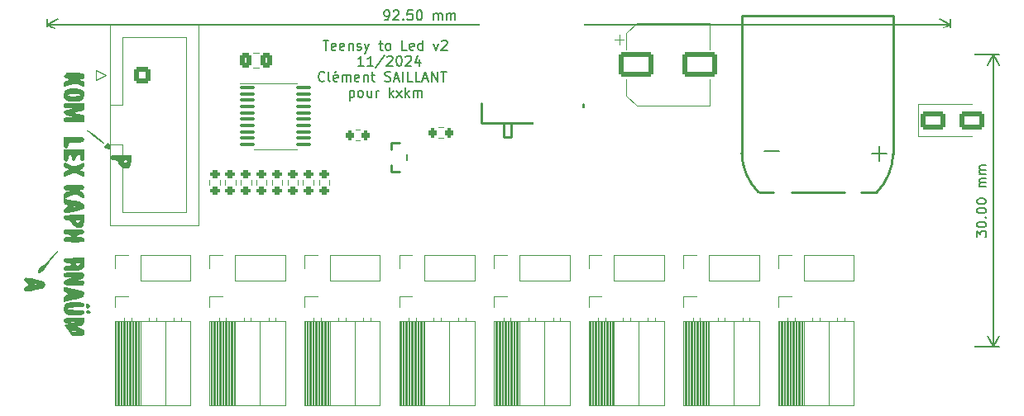
<source format=gbr>
%TF.GenerationSoftware,KiCad,Pcbnew,8.0.3*%
%TF.CreationDate,2024-11-21T16:05:02+01:00*%
%TF.ProjectId,LED Board,4c454420-426f-4617-9264-2e6b69636164,rev?*%
%TF.SameCoordinates,Original*%
%TF.FileFunction,Legend,Top*%
%TF.FilePolarity,Positive*%
%FSLAX46Y46*%
G04 Gerber Fmt 4.6, Leading zero omitted, Abs format (unit mm)*
G04 Created by KiCad (PCBNEW 8.0.3) date 2024-11-21 16:05:02*
%MOMM*%
%LPD*%
G01*
G04 APERTURE LIST*
G04 Aperture macros list*
%AMRoundRect*
0 Rectangle with rounded corners*
0 $1 Rounding radius*
0 $2 $3 $4 $5 $6 $7 $8 $9 X,Y pos of 4 corners*
0 Add a 4 corners polygon primitive as box body*
4,1,4,$2,$3,$4,$5,$6,$7,$8,$9,$2,$3,0*
0 Add four circle primitives for the rounded corners*
1,1,$1+$1,$2,$3*
1,1,$1+$1,$4,$5*
1,1,$1+$1,$6,$7*
1,1,$1+$1,$8,$9*
0 Add four rect primitives between the rounded corners*
20,1,$1+$1,$2,$3,$4,$5,0*
20,1,$1+$1,$4,$5,$6,$7,0*
20,1,$1+$1,$6,$7,$8,$9,0*
20,1,$1+$1,$8,$9,$2,$3,0*%
G04 Aperture macros list end*
%ADD10C,0.150000*%
%ADD11C,0.200000*%
%ADD12C,0.120000*%
%ADD13C,0.250000*%
%ADD14C,0.000000*%
%ADD15RoundRect,0.200000X-0.275000X0.200000X-0.275000X-0.200000X0.275000X-0.200000X0.275000X0.200000X0*%
%ADD16R,1.700000X1.700000*%
%ADD17O,1.700000X1.700000*%
%ADD18C,3.600000*%
%ADD19C,5.600000*%
%ADD20RoundRect,0.200000X-0.200000X-0.275000X0.200000X-0.275000X0.200000X0.275000X-0.200000X0.275000X0*%
%ADD21R,1.250000X0.700000*%
%ADD22RoundRect,0.250000X-0.337500X-0.475000X0.337500X-0.475000X0.337500X0.475000X-0.337500X0.475000X0*%
%ADD23RoundRect,0.250000X-1.000000X-0.650000X1.000000X-0.650000X1.000000X0.650000X-1.000000X0.650000X0*%
%ADD24RoundRect,0.250000X-1.500000X-1.000000X1.500000X-1.000000X1.500000X1.000000X-1.500000X1.000000X0*%
%ADD25RoundRect,0.250000X-0.600000X-0.600000X0.600000X-0.600000X0.600000X0.600000X-0.600000X0.600000X0*%
%ADD26C,1.700000*%
%ADD27R,1.400000X3.800000*%
%ADD28R,10.700000X8.800000*%
%ADD29RoundRect,0.100000X-0.637500X-0.100000X0.637500X-0.100000X0.637500X0.100000X-0.637500X0.100000X0*%
%ADD30C,3.800000*%
%ADD31O,1.200000X2.200000*%
G04 APERTURE END LIST*
D10*
X101095237Y-43539987D02*
X101666665Y-43539987D01*
X101380951Y-44539987D02*
X101380951Y-43539987D01*
X102380951Y-44492368D02*
X102285713Y-44539987D01*
X102285713Y-44539987D02*
X102095237Y-44539987D01*
X102095237Y-44539987D02*
X101999999Y-44492368D01*
X101999999Y-44492368D02*
X101952380Y-44397129D01*
X101952380Y-44397129D02*
X101952380Y-44016177D01*
X101952380Y-44016177D02*
X101999999Y-43920939D01*
X101999999Y-43920939D02*
X102095237Y-43873320D01*
X102095237Y-43873320D02*
X102285713Y-43873320D01*
X102285713Y-43873320D02*
X102380951Y-43920939D01*
X102380951Y-43920939D02*
X102428570Y-44016177D01*
X102428570Y-44016177D02*
X102428570Y-44111415D01*
X102428570Y-44111415D02*
X101952380Y-44206653D01*
X103238094Y-44492368D02*
X103142856Y-44539987D01*
X103142856Y-44539987D02*
X102952380Y-44539987D01*
X102952380Y-44539987D02*
X102857142Y-44492368D01*
X102857142Y-44492368D02*
X102809523Y-44397129D01*
X102809523Y-44397129D02*
X102809523Y-44016177D01*
X102809523Y-44016177D02*
X102857142Y-43920939D01*
X102857142Y-43920939D02*
X102952380Y-43873320D01*
X102952380Y-43873320D02*
X103142856Y-43873320D01*
X103142856Y-43873320D02*
X103238094Y-43920939D01*
X103238094Y-43920939D02*
X103285713Y-44016177D01*
X103285713Y-44016177D02*
X103285713Y-44111415D01*
X103285713Y-44111415D02*
X102809523Y-44206653D01*
X103714285Y-43873320D02*
X103714285Y-44539987D01*
X103714285Y-43968558D02*
X103761904Y-43920939D01*
X103761904Y-43920939D02*
X103857142Y-43873320D01*
X103857142Y-43873320D02*
X103999999Y-43873320D01*
X103999999Y-43873320D02*
X104095237Y-43920939D01*
X104095237Y-43920939D02*
X104142856Y-44016177D01*
X104142856Y-44016177D02*
X104142856Y-44539987D01*
X104571428Y-44492368D02*
X104666666Y-44539987D01*
X104666666Y-44539987D02*
X104857142Y-44539987D01*
X104857142Y-44539987D02*
X104952380Y-44492368D01*
X104952380Y-44492368D02*
X104999999Y-44397129D01*
X104999999Y-44397129D02*
X104999999Y-44349510D01*
X104999999Y-44349510D02*
X104952380Y-44254272D01*
X104952380Y-44254272D02*
X104857142Y-44206653D01*
X104857142Y-44206653D02*
X104714285Y-44206653D01*
X104714285Y-44206653D02*
X104619047Y-44159034D01*
X104619047Y-44159034D02*
X104571428Y-44063796D01*
X104571428Y-44063796D02*
X104571428Y-44016177D01*
X104571428Y-44016177D02*
X104619047Y-43920939D01*
X104619047Y-43920939D02*
X104714285Y-43873320D01*
X104714285Y-43873320D02*
X104857142Y-43873320D01*
X104857142Y-43873320D02*
X104952380Y-43920939D01*
X105333333Y-43873320D02*
X105571428Y-44539987D01*
X105809523Y-43873320D02*
X105571428Y-44539987D01*
X105571428Y-44539987D02*
X105476190Y-44778082D01*
X105476190Y-44778082D02*
X105428571Y-44825701D01*
X105428571Y-44825701D02*
X105333333Y-44873320D01*
X106809524Y-43873320D02*
X107190476Y-43873320D01*
X106952381Y-43539987D02*
X106952381Y-44397129D01*
X106952381Y-44397129D02*
X107000000Y-44492368D01*
X107000000Y-44492368D02*
X107095238Y-44539987D01*
X107095238Y-44539987D02*
X107190476Y-44539987D01*
X107666667Y-44539987D02*
X107571429Y-44492368D01*
X107571429Y-44492368D02*
X107523810Y-44444748D01*
X107523810Y-44444748D02*
X107476191Y-44349510D01*
X107476191Y-44349510D02*
X107476191Y-44063796D01*
X107476191Y-44063796D02*
X107523810Y-43968558D01*
X107523810Y-43968558D02*
X107571429Y-43920939D01*
X107571429Y-43920939D02*
X107666667Y-43873320D01*
X107666667Y-43873320D02*
X107809524Y-43873320D01*
X107809524Y-43873320D02*
X107904762Y-43920939D01*
X107904762Y-43920939D02*
X107952381Y-43968558D01*
X107952381Y-43968558D02*
X108000000Y-44063796D01*
X108000000Y-44063796D02*
X108000000Y-44349510D01*
X108000000Y-44349510D02*
X107952381Y-44444748D01*
X107952381Y-44444748D02*
X107904762Y-44492368D01*
X107904762Y-44492368D02*
X107809524Y-44539987D01*
X107809524Y-44539987D02*
X107666667Y-44539987D01*
X109666667Y-44539987D02*
X109190477Y-44539987D01*
X109190477Y-44539987D02*
X109190477Y-43539987D01*
X110380953Y-44492368D02*
X110285715Y-44539987D01*
X110285715Y-44539987D02*
X110095239Y-44539987D01*
X110095239Y-44539987D02*
X110000001Y-44492368D01*
X110000001Y-44492368D02*
X109952382Y-44397129D01*
X109952382Y-44397129D02*
X109952382Y-44016177D01*
X109952382Y-44016177D02*
X110000001Y-43920939D01*
X110000001Y-43920939D02*
X110095239Y-43873320D01*
X110095239Y-43873320D02*
X110285715Y-43873320D01*
X110285715Y-43873320D02*
X110380953Y-43920939D01*
X110380953Y-43920939D02*
X110428572Y-44016177D01*
X110428572Y-44016177D02*
X110428572Y-44111415D01*
X110428572Y-44111415D02*
X109952382Y-44206653D01*
X111285715Y-44539987D02*
X111285715Y-43539987D01*
X111285715Y-44492368D02*
X111190477Y-44539987D01*
X111190477Y-44539987D02*
X111000001Y-44539987D01*
X111000001Y-44539987D02*
X110904763Y-44492368D01*
X110904763Y-44492368D02*
X110857144Y-44444748D01*
X110857144Y-44444748D02*
X110809525Y-44349510D01*
X110809525Y-44349510D02*
X110809525Y-44063796D01*
X110809525Y-44063796D02*
X110857144Y-43968558D01*
X110857144Y-43968558D02*
X110904763Y-43920939D01*
X110904763Y-43920939D02*
X111000001Y-43873320D01*
X111000001Y-43873320D02*
X111190477Y-43873320D01*
X111190477Y-43873320D02*
X111285715Y-43920939D01*
X112428573Y-43873320D02*
X112666668Y-44539987D01*
X112666668Y-44539987D02*
X112904763Y-43873320D01*
X113238097Y-43635225D02*
X113285716Y-43587606D01*
X113285716Y-43587606D02*
X113380954Y-43539987D01*
X113380954Y-43539987D02*
X113619049Y-43539987D01*
X113619049Y-43539987D02*
X113714287Y-43587606D01*
X113714287Y-43587606D02*
X113761906Y-43635225D01*
X113761906Y-43635225D02*
X113809525Y-43730463D01*
X113809525Y-43730463D02*
X113809525Y-43825701D01*
X113809525Y-43825701D02*
X113761906Y-43968558D01*
X113761906Y-43968558D02*
X113190478Y-44539987D01*
X113190478Y-44539987D02*
X113809525Y-44539987D01*
X105261904Y-46149931D02*
X104690476Y-46149931D01*
X104976190Y-46149931D02*
X104976190Y-45149931D01*
X104976190Y-45149931D02*
X104880952Y-45292788D01*
X104880952Y-45292788D02*
X104785714Y-45388026D01*
X104785714Y-45388026D02*
X104690476Y-45435645D01*
X106214285Y-46149931D02*
X105642857Y-46149931D01*
X105928571Y-46149931D02*
X105928571Y-45149931D01*
X105928571Y-45149931D02*
X105833333Y-45292788D01*
X105833333Y-45292788D02*
X105738095Y-45388026D01*
X105738095Y-45388026D02*
X105642857Y-45435645D01*
X107357142Y-45102312D02*
X106500000Y-46388026D01*
X107642857Y-45245169D02*
X107690476Y-45197550D01*
X107690476Y-45197550D02*
X107785714Y-45149931D01*
X107785714Y-45149931D02*
X108023809Y-45149931D01*
X108023809Y-45149931D02*
X108119047Y-45197550D01*
X108119047Y-45197550D02*
X108166666Y-45245169D01*
X108166666Y-45245169D02*
X108214285Y-45340407D01*
X108214285Y-45340407D02*
X108214285Y-45435645D01*
X108214285Y-45435645D02*
X108166666Y-45578502D01*
X108166666Y-45578502D02*
X107595238Y-46149931D01*
X107595238Y-46149931D02*
X108214285Y-46149931D01*
X108833333Y-45149931D02*
X108928571Y-45149931D01*
X108928571Y-45149931D02*
X109023809Y-45197550D01*
X109023809Y-45197550D02*
X109071428Y-45245169D01*
X109071428Y-45245169D02*
X109119047Y-45340407D01*
X109119047Y-45340407D02*
X109166666Y-45530883D01*
X109166666Y-45530883D02*
X109166666Y-45768978D01*
X109166666Y-45768978D02*
X109119047Y-45959454D01*
X109119047Y-45959454D02*
X109071428Y-46054692D01*
X109071428Y-46054692D02*
X109023809Y-46102312D01*
X109023809Y-46102312D02*
X108928571Y-46149931D01*
X108928571Y-46149931D02*
X108833333Y-46149931D01*
X108833333Y-46149931D02*
X108738095Y-46102312D01*
X108738095Y-46102312D02*
X108690476Y-46054692D01*
X108690476Y-46054692D02*
X108642857Y-45959454D01*
X108642857Y-45959454D02*
X108595238Y-45768978D01*
X108595238Y-45768978D02*
X108595238Y-45530883D01*
X108595238Y-45530883D02*
X108642857Y-45340407D01*
X108642857Y-45340407D02*
X108690476Y-45245169D01*
X108690476Y-45245169D02*
X108738095Y-45197550D01*
X108738095Y-45197550D02*
X108833333Y-45149931D01*
X109547619Y-45245169D02*
X109595238Y-45197550D01*
X109595238Y-45197550D02*
X109690476Y-45149931D01*
X109690476Y-45149931D02*
X109928571Y-45149931D01*
X109928571Y-45149931D02*
X110023809Y-45197550D01*
X110023809Y-45197550D02*
X110071428Y-45245169D01*
X110071428Y-45245169D02*
X110119047Y-45340407D01*
X110119047Y-45340407D02*
X110119047Y-45435645D01*
X110119047Y-45435645D02*
X110071428Y-45578502D01*
X110071428Y-45578502D02*
X109500000Y-46149931D01*
X109500000Y-46149931D02*
X110119047Y-46149931D01*
X110976190Y-45483264D02*
X110976190Y-46149931D01*
X110738095Y-45102312D02*
X110500000Y-45816597D01*
X110500000Y-45816597D02*
X111119047Y-45816597D01*
X101238094Y-47664636D02*
X101190475Y-47712256D01*
X101190475Y-47712256D02*
X101047618Y-47759875D01*
X101047618Y-47759875D02*
X100952380Y-47759875D01*
X100952380Y-47759875D02*
X100809523Y-47712256D01*
X100809523Y-47712256D02*
X100714285Y-47617017D01*
X100714285Y-47617017D02*
X100666666Y-47521779D01*
X100666666Y-47521779D02*
X100619047Y-47331303D01*
X100619047Y-47331303D02*
X100619047Y-47188446D01*
X100619047Y-47188446D02*
X100666666Y-46997970D01*
X100666666Y-46997970D02*
X100714285Y-46902732D01*
X100714285Y-46902732D02*
X100809523Y-46807494D01*
X100809523Y-46807494D02*
X100952380Y-46759875D01*
X100952380Y-46759875D02*
X101047618Y-46759875D01*
X101047618Y-46759875D02*
X101190475Y-46807494D01*
X101190475Y-46807494D02*
X101238094Y-46855113D01*
X101809523Y-47759875D02*
X101714285Y-47712256D01*
X101714285Y-47712256D02*
X101666666Y-47617017D01*
X101666666Y-47617017D02*
X101666666Y-46759875D01*
X102571428Y-47712256D02*
X102476190Y-47759875D01*
X102476190Y-47759875D02*
X102285714Y-47759875D01*
X102285714Y-47759875D02*
X102190476Y-47712256D01*
X102190476Y-47712256D02*
X102142857Y-47617017D01*
X102142857Y-47617017D02*
X102142857Y-47236065D01*
X102142857Y-47236065D02*
X102190476Y-47140827D01*
X102190476Y-47140827D02*
X102285714Y-47093208D01*
X102285714Y-47093208D02*
X102476190Y-47093208D01*
X102476190Y-47093208D02*
X102571428Y-47140827D01*
X102571428Y-47140827D02*
X102619047Y-47236065D01*
X102619047Y-47236065D02*
X102619047Y-47331303D01*
X102619047Y-47331303D02*
X102142857Y-47426541D01*
X102476190Y-46712256D02*
X102333333Y-46855113D01*
X103047619Y-47759875D02*
X103047619Y-47093208D01*
X103047619Y-47188446D02*
X103095238Y-47140827D01*
X103095238Y-47140827D02*
X103190476Y-47093208D01*
X103190476Y-47093208D02*
X103333333Y-47093208D01*
X103333333Y-47093208D02*
X103428571Y-47140827D01*
X103428571Y-47140827D02*
X103476190Y-47236065D01*
X103476190Y-47236065D02*
X103476190Y-47759875D01*
X103476190Y-47236065D02*
X103523809Y-47140827D01*
X103523809Y-47140827D02*
X103619047Y-47093208D01*
X103619047Y-47093208D02*
X103761904Y-47093208D01*
X103761904Y-47093208D02*
X103857143Y-47140827D01*
X103857143Y-47140827D02*
X103904762Y-47236065D01*
X103904762Y-47236065D02*
X103904762Y-47759875D01*
X104761904Y-47712256D02*
X104666666Y-47759875D01*
X104666666Y-47759875D02*
X104476190Y-47759875D01*
X104476190Y-47759875D02*
X104380952Y-47712256D01*
X104380952Y-47712256D02*
X104333333Y-47617017D01*
X104333333Y-47617017D02*
X104333333Y-47236065D01*
X104333333Y-47236065D02*
X104380952Y-47140827D01*
X104380952Y-47140827D02*
X104476190Y-47093208D01*
X104476190Y-47093208D02*
X104666666Y-47093208D01*
X104666666Y-47093208D02*
X104761904Y-47140827D01*
X104761904Y-47140827D02*
X104809523Y-47236065D01*
X104809523Y-47236065D02*
X104809523Y-47331303D01*
X104809523Y-47331303D02*
X104333333Y-47426541D01*
X105238095Y-47093208D02*
X105238095Y-47759875D01*
X105238095Y-47188446D02*
X105285714Y-47140827D01*
X105285714Y-47140827D02*
X105380952Y-47093208D01*
X105380952Y-47093208D02*
X105523809Y-47093208D01*
X105523809Y-47093208D02*
X105619047Y-47140827D01*
X105619047Y-47140827D02*
X105666666Y-47236065D01*
X105666666Y-47236065D02*
X105666666Y-47759875D01*
X106000000Y-47093208D02*
X106380952Y-47093208D01*
X106142857Y-46759875D02*
X106142857Y-47617017D01*
X106142857Y-47617017D02*
X106190476Y-47712256D01*
X106190476Y-47712256D02*
X106285714Y-47759875D01*
X106285714Y-47759875D02*
X106380952Y-47759875D01*
X107428572Y-47712256D02*
X107571429Y-47759875D01*
X107571429Y-47759875D02*
X107809524Y-47759875D01*
X107809524Y-47759875D02*
X107904762Y-47712256D01*
X107904762Y-47712256D02*
X107952381Y-47664636D01*
X107952381Y-47664636D02*
X108000000Y-47569398D01*
X108000000Y-47569398D02*
X108000000Y-47474160D01*
X108000000Y-47474160D02*
X107952381Y-47378922D01*
X107952381Y-47378922D02*
X107904762Y-47331303D01*
X107904762Y-47331303D02*
X107809524Y-47283684D01*
X107809524Y-47283684D02*
X107619048Y-47236065D01*
X107619048Y-47236065D02*
X107523810Y-47188446D01*
X107523810Y-47188446D02*
X107476191Y-47140827D01*
X107476191Y-47140827D02*
X107428572Y-47045589D01*
X107428572Y-47045589D02*
X107428572Y-46950351D01*
X107428572Y-46950351D02*
X107476191Y-46855113D01*
X107476191Y-46855113D02*
X107523810Y-46807494D01*
X107523810Y-46807494D02*
X107619048Y-46759875D01*
X107619048Y-46759875D02*
X107857143Y-46759875D01*
X107857143Y-46759875D02*
X108000000Y-46807494D01*
X108380953Y-47474160D02*
X108857143Y-47474160D01*
X108285715Y-47759875D02*
X108619048Y-46759875D01*
X108619048Y-46759875D02*
X108952381Y-47759875D01*
X109285715Y-47759875D02*
X109285715Y-46759875D01*
X110238095Y-47759875D02*
X109761905Y-47759875D01*
X109761905Y-47759875D02*
X109761905Y-46759875D01*
X111047619Y-47759875D02*
X110571429Y-47759875D01*
X110571429Y-47759875D02*
X110571429Y-46759875D01*
X111333334Y-47474160D02*
X111809524Y-47474160D01*
X111238096Y-47759875D02*
X111571429Y-46759875D01*
X111571429Y-46759875D02*
X111904762Y-47759875D01*
X112238096Y-47759875D02*
X112238096Y-46759875D01*
X112238096Y-46759875D02*
X112809524Y-47759875D01*
X112809524Y-47759875D02*
X112809524Y-46759875D01*
X113142858Y-46759875D02*
X113714286Y-46759875D01*
X113428572Y-47759875D02*
X113428572Y-46759875D01*
X103809523Y-48703152D02*
X103809523Y-49703152D01*
X103809523Y-48750771D02*
X103904761Y-48703152D01*
X103904761Y-48703152D02*
X104095237Y-48703152D01*
X104095237Y-48703152D02*
X104190475Y-48750771D01*
X104190475Y-48750771D02*
X104238094Y-48798390D01*
X104238094Y-48798390D02*
X104285713Y-48893628D01*
X104285713Y-48893628D02*
X104285713Y-49179342D01*
X104285713Y-49179342D02*
X104238094Y-49274580D01*
X104238094Y-49274580D02*
X104190475Y-49322200D01*
X104190475Y-49322200D02*
X104095237Y-49369819D01*
X104095237Y-49369819D02*
X103904761Y-49369819D01*
X103904761Y-49369819D02*
X103809523Y-49322200D01*
X104857142Y-49369819D02*
X104761904Y-49322200D01*
X104761904Y-49322200D02*
X104714285Y-49274580D01*
X104714285Y-49274580D02*
X104666666Y-49179342D01*
X104666666Y-49179342D02*
X104666666Y-48893628D01*
X104666666Y-48893628D02*
X104714285Y-48798390D01*
X104714285Y-48798390D02*
X104761904Y-48750771D01*
X104761904Y-48750771D02*
X104857142Y-48703152D01*
X104857142Y-48703152D02*
X104999999Y-48703152D01*
X104999999Y-48703152D02*
X105095237Y-48750771D01*
X105095237Y-48750771D02*
X105142856Y-48798390D01*
X105142856Y-48798390D02*
X105190475Y-48893628D01*
X105190475Y-48893628D02*
X105190475Y-49179342D01*
X105190475Y-49179342D02*
X105142856Y-49274580D01*
X105142856Y-49274580D02*
X105095237Y-49322200D01*
X105095237Y-49322200D02*
X104999999Y-49369819D01*
X104999999Y-49369819D02*
X104857142Y-49369819D01*
X106047618Y-48703152D02*
X106047618Y-49369819D01*
X105619047Y-48703152D02*
X105619047Y-49226961D01*
X105619047Y-49226961D02*
X105666666Y-49322200D01*
X105666666Y-49322200D02*
X105761904Y-49369819D01*
X105761904Y-49369819D02*
X105904761Y-49369819D01*
X105904761Y-49369819D02*
X105999999Y-49322200D01*
X105999999Y-49322200D02*
X106047618Y-49274580D01*
X106523809Y-49369819D02*
X106523809Y-48703152D01*
X106523809Y-48893628D02*
X106571428Y-48798390D01*
X106571428Y-48798390D02*
X106619047Y-48750771D01*
X106619047Y-48750771D02*
X106714285Y-48703152D01*
X106714285Y-48703152D02*
X106809523Y-48703152D01*
X107904762Y-49369819D02*
X107904762Y-48369819D01*
X108000000Y-48988866D02*
X108285714Y-49369819D01*
X108285714Y-48703152D02*
X107904762Y-49084104D01*
X108619048Y-49369819D02*
X109142857Y-48703152D01*
X108619048Y-48703152D02*
X109142857Y-49369819D01*
X109523810Y-49369819D02*
X109523810Y-48369819D01*
X109619048Y-48988866D02*
X109904762Y-49369819D01*
X109904762Y-48703152D02*
X109523810Y-49084104D01*
X110333334Y-49369819D02*
X110333334Y-48703152D01*
X110333334Y-48798390D02*
X110380953Y-48750771D01*
X110380953Y-48750771D02*
X110476191Y-48703152D01*
X110476191Y-48703152D02*
X110619048Y-48703152D01*
X110619048Y-48703152D02*
X110714286Y-48750771D01*
X110714286Y-48750771D02*
X110761905Y-48846009D01*
X110761905Y-48846009D02*
X110761905Y-49369819D01*
X110761905Y-48846009D02*
X110809524Y-48750771D01*
X110809524Y-48750771D02*
X110904762Y-48703152D01*
X110904762Y-48703152D02*
X111047619Y-48703152D01*
X111047619Y-48703152D02*
X111142858Y-48750771D01*
X111142858Y-48750771D02*
X111190477Y-48846009D01*
X111190477Y-48846009D02*
X111190477Y-49369819D01*
X107428572Y-41454819D02*
X107619048Y-41454819D01*
X107619048Y-41454819D02*
X107714286Y-41407200D01*
X107714286Y-41407200D02*
X107761905Y-41359580D01*
X107761905Y-41359580D02*
X107857143Y-41216723D01*
X107857143Y-41216723D02*
X107904762Y-41026247D01*
X107904762Y-41026247D02*
X107904762Y-40645295D01*
X107904762Y-40645295D02*
X107857143Y-40550057D01*
X107857143Y-40550057D02*
X107809524Y-40502438D01*
X107809524Y-40502438D02*
X107714286Y-40454819D01*
X107714286Y-40454819D02*
X107523810Y-40454819D01*
X107523810Y-40454819D02*
X107428572Y-40502438D01*
X107428572Y-40502438D02*
X107380953Y-40550057D01*
X107380953Y-40550057D02*
X107333334Y-40645295D01*
X107333334Y-40645295D02*
X107333334Y-40883390D01*
X107333334Y-40883390D02*
X107380953Y-40978628D01*
X107380953Y-40978628D02*
X107428572Y-41026247D01*
X107428572Y-41026247D02*
X107523810Y-41073866D01*
X107523810Y-41073866D02*
X107714286Y-41073866D01*
X107714286Y-41073866D02*
X107809524Y-41026247D01*
X107809524Y-41026247D02*
X107857143Y-40978628D01*
X107857143Y-40978628D02*
X107904762Y-40883390D01*
X108285715Y-40550057D02*
X108333334Y-40502438D01*
X108333334Y-40502438D02*
X108428572Y-40454819D01*
X108428572Y-40454819D02*
X108666667Y-40454819D01*
X108666667Y-40454819D02*
X108761905Y-40502438D01*
X108761905Y-40502438D02*
X108809524Y-40550057D01*
X108809524Y-40550057D02*
X108857143Y-40645295D01*
X108857143Y-40645295D02*
X108857143Y-40740533D01*
X108857143Y-40740533D02*
X108809524Y-40883390D01*
X108809524Y-40883390D02*
X108238096Y-41454819D01*
X108238096Y-41454819D02*
X108857143Y-41454819D01*
X109285715Y-41359580D02*
X109333334Y-41407200D01*
X109333334Y-41407200D02*
X109285715Y-41454819D01*
X109285715Y-41454819D02*
X109238096Y-41407200D01*
X109238096Y-41407200D02*
X109285715Y-41359580D01*
X109285715Y-41359580D02*
X109285715Y-41454819D01*
X110238095Y-40454819D02*
X109761905Y-40454819D01*
X109761905Y-40454819D02*
X109714286Y-40931009D01*
X109714286Y-40931009D02*
X109761905Y-40883390D01*
X109761905Y-40883390D02*
X109857143Y-40835771D01*
X109857143Y-40835771D02*
X110095238Y-40835771D01*
X110095238Y-40835771D02*
X110190476Y-40883390D01*
X110190476Y-40883390D02*
X110238095Y-40931009D01*
X110238095Y-40931009D02*
X110285714Y-41026247D01*
X110285714Y-41026247D02*
X110285714Y-41264342D01*
X110285714Y-41264342D02*
X110238095Y-41359580D01*
X110238095Y-41359580D02*
X110190476Y-41407200D01*
X110190476Y-41407200D02*
X110095238Y-41454819D01*
X110095238Y-41454819D02*
X109857143Y-41454819D01*
X109857143Y-41454819D02*
X109761905Y-41407200D01*
X109761905Y-41407200D02*
X109714286Y-41359580D01*
X110904762Y-40454819D02*
X111000000Y-40454819D01*
X111000000Y-40454819D02*
X111095238Y-40502438D01*
X111095238Y-40502438D02*
X111142857Y-40550057D01*
X111142857Y-40550057D02*
X111190476Y-40645295D01*
X111190476Y-40645295D02*
X111238095Y-40835771D01*
X111238095Y-40835771D02*
X111238095Y-41073866D01*
X111238095Y-41073866D02*
X111190476Y-41264342D01*
X111190476Y-41264342D02*
X111142857Y-41359580D01*
X111142857Y-41359580D02*
X111095238Y-41407200D01*
X111095238Y-41407200D02*
X111000000Y-41454819D01*
X111000000Y-41454819D02*
X110904762Y-41454819D01*
X110904762Y-41454819D02*
X110809524Y-41407200D01*
X110809524Y-41407200D02*
X110761905Y-41359580D01*
X110761905Y-41359580D02*
X110714286Y-41264342D01*
X110714286Y-41264342D02*
X110666667Y-41073866D01*
X110666667Y-41073866D02*
X110666667Y-40835771D01*
X110666667Y-40835771D02*
X110714286Y-40645295D01*
X110714286Y-40645295D02*
X110761905Y-40550057D01*
X110761905Y-40550057D02*
X110809524Y-40502438D01*
X110809524Y-40502438D02*
X110904762Y-40454819D01*
X112428572Y-41454819D02*
X112428572Y-40788152D01*
X112428572Y-40883390D02*
X112476191Y-40835771D01*
X112476191Y-40835771D02*
X112571429Y-40788152D01*
X112571429Y-40788152D02*
X112714286Y-40788152D01*
X112714286Y-40788152D02*
X112809524Y-40835771D01*
X112809524Y-40835771D02*
X112857143Y-40931009D01*
X112857143Y-40931009D02*
X112857143Y-41454819D01*
X112857143Y-40931009D02*
X112904762Y-40835771D01*
X112904762Y-40835771D02*
X113000000Y-40788152D01*
X113000000Y-40788152D02*
X113142857Y-40788152D01*
X113142857Y-40788152D02*
X113238096Y-40835771D01*
X113238096Y-40835771D02*
X113285715Y-40931009D01*
X113285715Y-40931009D02*
X113285715Y-41454819D01*
X113761905Y-41454819D02*
X113761905Y-40788152D01*
X113761905Y-40883390D02*
X113809524Y-40835771D01*
X113809524Y-40835771D02*
X113904762Y-40788152D01*
X113904762Y-40788152D02*
X114047619Y-40788152D01*
X114047619Y-40788152D02*
X114142857Y-40835771D01*
X114142857Y-40835771D02*
X114190476Y-40931009D01*
X114190476Y-40931009D02*
X114190476Y-41454819D01*
X114190476Y-40931009D02*
X114238095Y-40835771D01*
X114238095Y-40835771D02*
X114333333Y-40788152D01*
X114333333Y-40788152D02*
X114476190Y-40788152D01*
X114476190Y-40788152D02*
X114571429Y-40835771D01*
X114571429Y-40835771D02*
X114619048Y-40931009D01*
X114619048Y-40931009D02*
X114619048Y-41454819D01*
X72832000Y-45311000D02*
X72832000Y-41364580D01*
X165332000Y-45311000D02*
X165332000Y-41364580D01*
X72832000Y-41951000D02*
X165332000Y-41951000D01*
X72832000Y-41951000D02*
X165332000Y-41951000D01*
X72832000Y-41951000D02*
X73958504Y-41364579D01*
X72832000Y-41951000D02*
X73958504Y-42537421D01*
X165332000Y-41951000D02*
X164205496Y-42537421D01*
X165332000Y-41951000D02*
X164205496Y-41364579D01*
X167976819Y-63714284D02*
X167976819Y-63095237D01*
X167976819Y-63095237D02*
X168357771Y-63428570D01*
X168357771Y-63428570D02*
X168357771Y-63285713D01*
X168357771Y-63285713D02*
X168405390Y-63190475D01*
X168405390Y-63190475D02*
X168453009Y-63142856D01*
X168453009Y-63142856D02*
X168548247Y-63095237D01*
X168548247Y-63095237D02*
X168786342Y-63095237D01*
X168786342Y-63095237D02*
X168881580Y-63142856D01*
X168881580Y-63142856D02*
X168929200Y-63190475D01*
X168929200Y-63190475D02*
X168976819Y-63285713D01*
X168976819Y-63285713D02*
X168976819Y-63571427D01*
X168976819Y-63571427D02*
X168929200Y-63666665D01*
X168929200Y-63666665D02*
X168881580Y-63714284D01*
X167976819Y-62476189D02*
X167976819Y-62380951D01*
X167976819Y-62380951D02*
X168024438Y-62285713D01*
X168024438Y-62285713D02*
X168072057Y-62238094D01*
X168072057Y-62238094D02*
X168167295Y-62190475D01*
X168167295Y-62190475D02*
X168357771Y-62142856D01*
X168357771Y-62142856D02*
X168595866Y-62142856D01*
X168595866Y-62142856D02*
X168786342Y-62190475D01*
X168786342Y-62190475D02*
X168881580Y-62238094D01*
X168881580Y-62238094D02*
X168929200Y-62285713D01*
X168929200Y-62285713D02*
X168976819Y-62380951D01*
X168976819Y-62380951D02*
X168976819Y-62476189D01*
X168976819Y-62476189D02*
X168929200Y-62571427D01*
X168929200Y-62571427D02*
X168881580Y-62619046D01*
X168881580Y-62619046D02*
X168786342Y-62666665D01*
X168786342Y-62666665D02*
X168595866Y-62714284D01*
X168595866Y-62714284D02*
X168357771Y-62714284D01*
X168357771Y-62714284D02*
X168167295Y-62666665D01*
X168167295Y-62666665D02*
X168072057Y-62619046D01*
X168072057Y-62619046D02*
X168024438Y-62571427D01*
X168024438Y-62571427D02*
X167976819Y-62476189D01*
X168881580Y-61714284D02*
X168929200Y-61666665D01*
X168929200Y-61666665D02*
X168976819Y-61714284D01*
X168976819Y-61714284D02*
X168929200Y-61761903D01*
X168929200Y-61761903D02*
X168881580Y-61714284D01*
X168881580Y-61714284D02*
X168976819Y-61714284D01*
X167976819Y-61047618D02*
X167976819Y-60952380D01*
X167976819Y-60952380D02*
X168024438Y-60857142D01*
X168024438Y-60857142D02*
X168072057Y-60809523D01*
X168072057Y-60809523D02*
X168167295Y-60761904D01*
X168167295Y-60761904D02*
X168357771Y-60714285D01*
X168357771Y-60714285D02*
X168595866Y-60714285D01*
X168595866Y-60714285D02*
X168786342Y-60761904D01*
X168786342Y-60761904D02*
X168881580Y-60809523D01*
X168881580Y-60809523D02*
X168929200Y-60857142D01*
X168929200Y-60857142D02*
X168976819Y-60952380D01*
X168976819Y-60952380D02*
X168976819Y-61047618D01*
X168976819Y-61047618D02*
X168929200Y-61142856D01*
X168929200Y-61142856D02*
X168881580Y-61190475D01*
X168881580Y-61190475D02*
X168786342Y-61238094D01*
X168786342Y-61238094D02*
X168595866Y-61285713D01*
X168595866Y-61285713D02*
X168357771Y-61285713D01*
X168357771Y-61285713D02*
X168167295Y-61238094D01*
X168167295Y-61238094D02*
X168072057Y-61190475D01*
X168072057Y-61190475D02*
X168024438Y-61142856D01*
X168024438Y-61142856D02*
X167976819Y-61047618D01*
X167976819Y-60095237D02*
X167976819Y-59999999D01*
X167976819Y-59999999D02*
X168024438Y-59904761D01*
X168024438Y-59904761D02*
X168072057Y-59857142D01*
X168072057Y-59857142D02*
X168167295Y-59809523D01*
X168167295Y-59809523D02*
X168357771Y-59761904D01*
X168357771Y-59761904D02*
X168595866Y-59761904D01*
X168595866Y-59761904D02*
X168786342Y-59809523D01*
X168786342Y-59809523D02*
X168881580Y-59857142D01*
X168881580Y-59857142D02*
X168929200Y-59904761D01*
X168929200Y-59904761D02*
X168976819Y-59999999D01*
X168976819Y-59999999D02*
X168976819Y-60095237D01*
X168976819Y-60095237D02*
X168929200Y-60190475D01*
X168929200Y-60190475D02*
X168881580Y-60238094D01*
X168881580Y-60238094D02*
X168786342Y-60285713D01*
X168786342Y-60285713D02*
X168595866Y-60333332D01*
X168595866Y-60333332D02*
X168357771Y-60333332D01*
X168357771Y-60333332D02*
X168167295Y-60285713D01*
X168167295Y-60285713D02*
X168072057Y-60238094D01*
X168072057Y-60238094D02*
X168024438Y-60190475D01*
X168024438Y-60190475D02*
X167976819Y-60095237D01*
X168976819Y-58571427D02*
X168310152Y-58571427D01*
X168405390Y-58571427D02*
X168357771Y-58523808D01*
X168357771Y-58523808D02*
X168310152Y-58428570D01*
X168310152Y-58428570D02*
X168310152Y-58285713D01*
X168310152Y-58285713D02*
X168357771Y-58190475D01*
X168357771Y-58190475D02*
X168453009Y-58142856D01*
X168453009Y-58142856D02*
X168976819Y-58142856D01*
X168453009Y-58142856D02*
X168357771Y-58095237D01*
X168357771Y-58095237D02*
X168310152Y-57999999D01*
X168310152Y-57999999D02*
X168310152Y-57857142D01*
X168310152Y-57857142D02*
X168357771Y-57761903D01*
X168357771Y-57761903D02*
X168453009Y-57714284D01*
X168453009Y-57714284D02*
X168976819Y-57714284D01*
X168976819Y-57238094D02*
X168310152Y-57238094D01*
X168405390Y-57238094D02*
X168357771Y-57190475D01*
X168357771Y-57190475D02*
X168310152Y-57095237D01*
X168310152Y-57095237D02*
X168310152Y-56952380D01*
X168310152Y-56952380D02*
X168357771Y-56857142D01*
X168357771Y-56857142D02*
X168453009Y-56809523D01*
X168453009Y-56809523D02*
X168976819Y-56809523D01*
X168453009Y-56809523D02*
X168357771Y-56761904D01*
X168357771Y-56761904D02*
X168310152Y-56666666D01*
X168310152Y-56666666D02*
X168310152Y-56523809D01*
X168310152Y-56523809D02*
X168357771Y-56428570D01*
X168357771Y-56428570D02*
X168453009Y-56380951D01*
X168453009Y-56380951D02*
X168976819Y-56380951D01*
X165832000Y-45000000D02*
X170258420Y-45000000D01*
X165832000Y-75000000D02*
X170258420Y-75000000D01*
X169672000Y-45000000D02*
X169672000Y-75000000D01*
X169672000Y-45000000D02*
X169672000Y-75000000D01*
X169672000Y-45000000D02*
X170258421Y-46126504D01*
X169672000Y-45000000D02*
X169085579Y-46126504D01*
X169672000Y-75000000D02*
X169085579Y-73873496D01*
X169672000Y-75000000D02*
X170258421Y-73873496D01*
D11*
X146214911Y-54915383D02*
X147761578Y-54915383D01*
X157264911Y-55165383D02*
X158811578Y-55165383D01*
X158038244Y-55938716D02*
X158038244Y-54392050D01*
D12*
%TO.C,R2*%
X91077500Y-57892742D02*
X91077500Y-58367258D01*
X92122500Y-57892742D02*
X92122500Y-58367258D01*
%TO.C,J7*%
X137978000Y-69801000D02*
X139308000Y-69801000D01*
X137978000Y-70911000D02*
X137978000Y-69801000D01*
X137978000Y-72371000D02*
X145718000Y-72371000D01*
X137978000Y-81001000D02*
X137978000Y-72371000D01*
X137978000Y-81001000D02*
X145718000Y-81001000D01*
X138098000Y-81001000D02*
X138098000Y-72371000D01*
X138216095Y-81001000D02*
X138216095Y-72371000D01*
X138334190Y-81001000D02*
X138334190Y-72371000D01*
X138452285Y-81001000D02*
X138452285Y-72371000D01*
X138570380Y-81001000D02*
X138570380Y-72371000D01*
X138688475Y-81001000D02*
X138688475Y-72371000D01*
X138806570Y-81001000D02*
X138806570Y-72371000D01*
X138924665Y-81001000D02*
X138924665Y-72371000D01*
X138948000Y-72371000D02*
X138948000Y-72021000D01*
X139042760Y-81001000D02*
X139042760Y-72371000D01*
X139160855Y-81001000D02*
X139160855Y-72371000D01*
X139278950Y-81001000D02*
X139278950Y-72371000D01*
X139397045Y-81001000D02*
X139397045Y-72371000D01*
X139515140Y-81001000D02*
X139515140Y-72371000D01*
X139633235Y-81001000D02*
X139633235Y-72371000D01*
X139668000Y-72371000D02*
X139668000Y-72021000D01*
X139751330Y-81001000D02*
X139751330Y-72371000D01*
X139869425Y-81001000D02*
X139869425Y-72371000D01*
X139987520Y-81001000D02*
X139987520Y-72371000D01*
X140105615Y-81001000D02*
X140105615Y-72371000D01*
X140223710Y-81001000D02*
X140223710Y-72371000D01*
X140341805Y-81001000D02*
X140341805Y-72371000D01*
X140459900Y-81001000D02*
X140459900Y-72371000D01*
X140578000Y-81001000D02*
X140578000Y-72371000D01*
X141488000Y-72371000D02*
X141488000Y-71961000D01*
X142208000Y-72371000D02*
X142208000Y-71961000D01*
X143118000Y-81001000D02*
X143118000Y-72371000D01*
X144028000Y-72371000D02*
X144028000Y-71961000D01*
X144748000Y-72371000D02*
X144748000Y-71961000D01*
X145718000Y-81001000D02*
X145718000Y-72371000D01*
%TO.C,J16*%
X147678000Y-65574000D02*
X149008000Y-65574000D01*
X147678000Y-66904000D02*
X147678000Y-65574000D01*
X150278000Y-65574000D02*
X155418000Y-65574000D01*
X150278000Y-68234000D02*
X150278000Y-65574000D01*
X150278000Y-68234000D02*
X155418000Y-68234000D01*
X155418000Y-68234000D02*
X155418000Y-65574000D01*
%TO.C,J13*%
X118578000Y-65574000D02*
X119908000Y-65574000D01*
X118578000Y-66904000D02*
X118578000Y-65574000D01*
X121178000Y-65574000D02*
X126318000Y-65574000D01*
X121178000Y-68234000D02*
X121178000Y-65574000D01*
X121178000Y-68234000D02*
X126318000Y-68234000D01*
X126318000Y-68234000D02*
X126318000Y-65574000D01*
%TO.C,J6*%
X128278000Y-69801000D02*
X129608000Y-69801000D01*
X128278000Y-70911000D02*
X128278000Y-69801000D01*
X128278000Y-72371000D02*
X136018000Y-72371000D01*
X128278000Y-81001000D02*
X128278000Y-72371000D01*
X128278000Y-81001000D02*
X136018000Y-81001000D01*
X128398000Y-81001000D02*
X128398000Y-72371000D01*
X128516095Y-81001000D02*
X128516095Y-72371000D01*
X128634190Y-81001000D02*
X128634190Y-72371000D01*
X128752285Y-81001000D02*
X128752285Y-72371000D01*
X128870380Y-81001000D02*
X128870380Y-72371000D01*
X128988475Y-81001000D02*
X128988475Y-72371000D01*
X129106570Y-81001000D02*
X129106570Y-72371000D01*
X129224665Y-81001000D02*
X129224665Y-72371000D01*
X129248000Y-72371000D02*
X129248000Y-72021000D01*
X129342760Y-81001000D02*
X129342760Y-72371000D01*
X129460855Y-81001000D02*
X129460855Y-72371000D01*
X129578950Y-81001000D02*
X129578950Y-72371000D01*
X129697045Y-81001000D02*
X129697045Y-72371000D01*
X129815140Y-81001000D02*
X129815140Y-72371000D01*
X129933235Y-81001000D02*
X129933235Y-72371000D01*
X129968000Y-72371000D02*
X129968000Y-72021000D01*
X130051330Y-81001000D02*
X130051330Y-72371000D01*
X130169425Y-81001000D02*
X130169425Y-72371000D01*
X130287520Y-81001000D02*
X130287520Y-72371000D01*
X130405615Y-81001000D02*
X130405615Y-72371000D01*
X130523710Y-81001000D02*
X130523710Y-72371000D01*
X130641805Y-81001000D02*
X130641805Y-72371000D01*
X130759900Y-81001000D02*
X130759900Y-72371000D01*
X130878000Y-81001000D02*
X130878000Y-72371000D01*
X131788000Y-72371000D02*
X131788000Y-71961000D01*
X132508000Y-72371000D02*
X132508000Y-71961000D01*
X133418000Y-81001000D02*
X133418000Y-72371000D01*
X134328000Y-72371000D02*
X134328000Y-71961000D01*
X135048000Y-72371000D02*
X135048000Y-71961000D01*
X136018000Y-81001000D02*
X136018000Y-72371000D01*
%TO.C,J14*%
X128278000Y-65574000D02*
X129608000Y-65574000D01*
X128278000Y-66904000D02*
X128278000Y-65574000D01*
X130878000Y-65574000D02*
X136018000Y-65574000D01*
X130878000Y-68234000D02*
X130878000Y-65574000D01*
X130878000Y-68234000D02*
X136018000Y-68234000D01*
X136018000Y-68234000D02*
X136018000Y-65574000D01*
%TO.C,J4*%
X108878000Y-69801000D02*
X110208000Y-69801000D01*
X108878000Y-70911000D02*
X108878000Y-69801000D01*
X108878000Y-72371000D02*
X116618000Y-72371000D01*
X108878000Y-81001000D02*
X108878000Y-72371000D01*
X108878000Y-81001000D02*
X116618000Y-81001000D01*
X108998000Y-81001000D02*
X108998000Y-72371000D01*
X109116095Y-81001000D02*
X109116095Y-72371000D01*
X109234190Y-81001000D02*
X109234190Y-72371000D01*
X109352285Y-81001000D02*
X109352285Y-72371000D01*
X109470380Y-81001000D02*
X109470380Y-72371000D01*
X109588475Y-81001000D02*
X109588475Y-72371000D01*
X109706570Y-81001000D02*
X109706570Y-72371000D01*
X109824665Y-81001000D02*
X109824665Y-72371000D01*
X109848000Y-72371000D02*
X109848000Y-72021000D01*
X109942760Y-81001000D02*
X109942760Y-72371000D01*
X110060855Y-81001000D02*
X110060855Y-72371000D01*
X110178950Y-81001000D02*
X110178950Y-72371000D01*
X110297045Y-81001000D02*
X110297045Y-72371000D01*
X110415140Y-81001000D02*
X110415140Y-72371000D01*
X110533235Y-81001000D02*
X110533235Y-72371000D01*
X110568000Y-72371000D02*
X110568000Y-72021000D01*
X110651330Y-81001000D02*
X110651330Y-72371000D01*
X110769425Y-81001000D02*
X110769425Y-72371000D01*
X110887520Y-81001000D02*
X110887520Y-72371000D01*
X111005615Y-81001000D02*
X111005615Y-72371000D01*
X111123710Y-81001000D02*
X111123710Y-72371000D01*
X111241805Y-81001000D02*
X111241805Y-72371000D01*
X111359900Y-81001000D02*
X111359900Y-72371000D01*
X111478000Y-81001000D02*
X111478000Y-72371000D01*
X112388000Y-72371000D02*
X112388000Y-71961000D01*
X113108000Y-72371000D02*
X113108000Y-71961000D01*
X114018000Y-81001000D02*
X114018000Y-72371000D01*
X114928000Y-72371000D02*
X114928000Y-71961000D01*
X115648000Y-72371000D02*
X115648000Y-71961000D01*
X116618000Y-81001000D02*
X116618000Y-72371000D01*
%TO.C,J10*%
X89478000Y-65574000D02*
X90808000Y-65574000D01*
X89478000Y-66904000D02*
X89478000Y-65574000D01*
X92078000Y-65574000D02*
X97218000Y-65574000D01*
X92078000Y-68234000D02*
X92078000Y-65574000D01*
X92078000Y-68234000D02*
X97218000Y-68234000D01*
X97218000Y-68234000D02*
X97218000Y-65574000D01*
%TO.C,R7*%
X99040352Y-57892742D02*
X99040352Y-58367258D01*
X100085352Y-57892742D02*
X100085352Y-58367258D01*
%TO.C,J1*%
X79778000Y-69801000D02*
X81108000Y-69801000D01*
X79778000Y-70911000D02*
X79778000Y-69801000D01*
X79778000Y-72371000D02*
X87518000Y-72371000D01*
X79778000Y-81001000D02*
X79778000Y-72371000D01*
X79778000Y-81001000D02*
X87518000Y-81001000D01*
X79898000Y-81001000D02*
X79898000Y-72371000D01*
X80016095Y-81001000D02*
X80016095Y-72371000D01*
X80134190Y-81001000D02*
X80134190Y-72371000D01*
X80252285Y-81001000D02*
X80252285Y-72371000D01*
X80370380Y-81001000D02*
X80370380Y-72371000D01*
X80488475Y-81001000D02*
X80488475Y-72371000D01*
X80606570Y-81001000D02*
X80606570Y-72371000D01*
X80724665Y-81001000D02*
X80724665Y-72371000D01*
X80748000Y-72371000D02*
X80748000Y-72021000D01*
X80842760Y-81001000D02*
X80842760Y-72371000D01*
X80960855Y-81001000D02*
X80960855Y-72371000D01*
X81078950Y-81001000D02*
X81078950Y-72371000D01*
X81197045Y-81001000D02*
X81197045Y-72371000D01*
X81315140Y-81001000D02*
X81315140Y-72371000D01*
X81433235Y-81001000D02*
X81433235Y-72371000D01*
X81468000Y-72371000D02*
X81468000Y-72021000D01*
X81551330Y-81001000D02*
X81551330Y-72371000D01*
X81669425Y-81001000D02*
X81669425Y-72371000D01*
X81787520Y-81001000D02*
X81787520Y-72371000D01*
X81905615Y-81001000D02*
X81905615Y-72371000D01*
X82023710Y-81001000D02*
X82023710Y-72371000D01*
X82141805Y-81001000D02*
X82141805Y-72371000D01*
X82259900Y-81001000D02*
X82259900Y-72371000D01*
X82378000Y-81001000D02*
X82378000Y-72371000D01*
X83288000Y-72371000D02*
X83288000Y-71961000D01*
X84008000Y-72371000D02*
X84008000Y-71961000D01*
X84918000Y-81001000D02*
X84918000Y-72371000D01*
X85828000Y-72371000D02*
X85828000Y-71961000D01*
X86548000Y-72371000D02*
X86548000Y-71961000D01*
X87518000Y-81001000D02*
X87518000Y-72371000D01*
%TO.C,R9*%
X104391768Y-52737419D02*
X104866284Y-52737419D01*
X104391768Y-53782419D02*
X104866284Y-53782419D01*
%TO.C,J11*%
X99178000Y-65574000D02*
X100508000Y-65574000D01*
X99178000Y-66904000D02*
X99178000Y-65574000D01*
X101778000Y-65574000D02*
X106918000Y-65574000D01*
X101778000Y-68234000D02*
X101778000Y-65574000D01*
X101778000Y-68234000D02*
X106918000Y-68234000D01*
X106918000Y-68234000D02*
X106918000Y-65574000D01*
D13*
%TO.C,Q2*%
X108100000Y-54090000D02*
X108100000Y-54750000D01*
X108100000Y-54090000D02*
X108920000Y-54090000D01*
X108100000Y-54750000D02*
X108100000Y-54090000D01*
X108100000Y-54750000D02*
X108100000Y-54090000D01*
X108100000Y-57010000D02*
X108100000Y-56350000D01*
X108920000Y-57010000D02*
X108100000Y-57010000D01*
D11*
X109650000Y-55850000D02*
X109650000Y-55250000D01*
D14*
%TO.C,G\u002A\u002A\u002A*%
G36*
X77287217Y-71295694D02*
G01*
X77336842Y-71412632D01*
X77225390Y-71575939D01*
X77069474Y-71613158D01*
X76851730Y-71529569D01*
X76802105Y-71412632D01*
X76913557Y-71249324D01*
X77069474Y-71212105D01*
X77287217Y-71295694D01*
G37*
G36*
X77234935Y-70700953D02*
G01*
X77270000Y-70811053D01*
X77158866Y-70999813D01*
X77036053Y-71052972D01*
X76846561Y-71006468D01*
X76802105Y-70811053D01*
X76869766Y-70591642D01*
X77036053Y-70569134D01*
X77234935Y-70700953D01*
G37*
G36*
X79109155Y-54080610D02*
G01*
X79255107Y-54328980D01*
X79268946Y-54355678D01*
X79397010Y-54642598D01*
X79354633Y-54750436D01*
X79106431Y-54718729D01*
X78974474Y-54684688D01*
X78732770Y-54587123D01*
X78708718Y-54437473D01*
X78868712Y-54188573D01*
X79003290Y-54043383D01*
X79109155Y-54080610D01*
G37*
G36*
X77185665Y-52840930D02*
G01*
X77462413Y-53040705D01*
X77809440Y-53315071D01*
X78169325Y-53616087D01*
X78484648Y-53895813D01*
X78697987Y-54106308D01*
X78754512Y-54197944D01*
X78637578Y-54144240D01*
X78373719Y-53966300D01*
X78022518Y-53709708D01*
X77643561Y-53420049D01*
X77296432Y-53142909D01*
X77040716Y-52923873D01*
X76935997Y-52808525D01*
X76935789Y-52806538D01*
X77034761Y-52763691D01*
X77036616Y-52763684D01*
X77185665Y-52840930D01*
G37*
G36*
X76140901Y-53435971D02*
G01*
X76458175Y-53457628D01*
X76612037Y-53512164D01*
X76654460Y-53614669D01*
X76644298Y-53732895D01*
X76593627Y-53903508D01*
X76459051Y-53993852D01*
X76173393Y-54028820D01*
X75832650Y-54033684D01*
X75398498Y-54042711D01*
X75168053Y-54086351D01*
X75077836Y-54189445D01*
X75063966Y-54334474D01*
X74986687Y-54578708D01*
X74796842Y-54635263D01*
X74629758Y-54595902D01*
X74550749Y-54432460D01*
X74529576Y-54076901D01*
X74529474Y-54033684D01*
X74529474Y-53432105D01*
X75608245Y-53432105D01*
X76140901Y-53435971D01*
G37*
G36*
X73962754Y-65119772D02*
G01*
X73912660Y-65243770D01*
X73720873Y-65515458D01*
X73424520Y-65883750D01*
X73310324Y-66017525D01*
X72981416Y-66419680D01*
X72740666Y-66756817D01*
X72628106Y-66971336D01*
X72625318Y-67003164D01*
X72545242Y-67137628D01*
X72332369Y-67300800D01*
X72092872Y-67426500D01*
X71932923Y-67448546D01*
X71923658Y-67440532D01*
X71939625Y-67301665D01*
X72018916Y-67034474D01*
X72163948Y-66770112D01*
X72321597Y-66666842D01*
X72486844Y-66571626D01*
X72767538Y-66319055D01*
X73109868Y-65958743D01*
X73196834Y-65859886D01*
X73529226Y-65492783D01*
X73794164Y-65231025D01*
X73946322Y-65118410D01*
X73962754Y-65119772D01*
G37*
G36*
X76668421Y-55380329D02*
G01*
X76652071Y-55756458D01*
X76586618Y-55925751D01*
X76447456Y-55947616D01*
X76434474Y-55945191D01*
X76253267Y-55799308D01*
X76242350Y-55601178D01*
X76206043Y-55355179D01*
X76084543Y-55303684D01*
X75912300Y-55417481D01*
X75842193Y-55604474D01*
X75732929Y-55839644D01*
X75598947Y-55905263D01*
X75426005Y-55791467D01*
X75355702Y-55604474D01*
X75264082Y-55349075D01*
X75144345Y-55333544D01*
X75068090Y-55549672D01*
X75064210Y-55637895D01*
X75001547Y-55899970D01*
X74796842Y-55972105D01*
X74629758Y-55932744D01*
X74550749Y-55769302D01*
X74529576Y-55413743D01*
X74529474Y-55370526D01*
X74529474Y-54768947D01*
X75598947Y-54768947D01*
X76668421Y-54768947D01*
X76668421Y-55380329D01*
G37*
G36*
X76000000Y-61453158D02*
G01*
X76683794Y-61453158D01*
X76642686Y-62007701D01*
X76536675Y-62490746D01*
X76303580Y-62740402D01*
X75937055Y-62761832D01*
X75773107Y-62715334D01*
X75455112Y-62503901D01*
X75355702Y-62285994D01*
X75257260Y-62063675D01*
X75087239Y-62014854D01*
X75787514Y-62014854D01*
X75808871Y-62115656D01*
X75839579Y-62148316D01*
X76021495Y-62239903D01*
X76160421Y-62148316D01*
X76226225Y-62028594D01*
X76064343Y-61988871D01*
X76000000Y-61987895D01*
X75787514Y-62014854D01*
X75087239Y-62014854D01*
X74999507Y-61989662D01*
X74921228Y-61987895D01*
X74631854Y-61943633D01*
X74532503Y-61780312D01*
X74529474Y-61720526D01*
X74551658Y-61587695D01*
X74653944Y-61507903D01*
X74889937Y-61467846D01*
X75313239Y-61454218D01*
X75606634Y-61453158D01*
X76000000Y-61453158D01*
G37*
G36*
X80879474Y-55303684D02*
G01*
X81495702Y-55303684D01*
X81454956Y-55924085D01*
X81399612Y-56337429D01*
X81281252Y-56560576D01*
X81132749Y-56647890D01*
X80763042Y-56668158D01*
X80415347Y-56511913D01*
X80194344Y-56234733D01*
X80168334Y-56135864D01*
X80095473Y-55972105D01*
X80678947Y-55972105D01*
X80787226Y-56090707D01*
X80879474Y-56105790D01*
X81057376Y-56033604D01*
X81080000Y-55972105D01*
X80971721Y-55853503D01*
X80879474Y-55838421D01*
X80701571Y-55910607D01*
X80678947Y-55972105D01*
X80095473Y-55972105D01*
X80069596Y-55913945D01*
X79811142Y-55840144D01*
X79733860Y-55838421D01*
X79444486Y-55794160D01*
X79345134Y-55630839D01*
X79342105Y-55571053D01*
X79364296Y-55438203D01*
X79466609Y-55358409D01*
X79702655Y-55318359D01*
X80126045Y-55304741D01*
X80418904Y-55303684D01*
X80879474Y-55303684D01*
G37*
G36*
X76198658Y-48534613D02*
G01*
X76476541Y-48621650D01*
X76508000Y-48646211D01*
X76631530Y-48896191D01*
X76668421Y-49154211D01*
X76608637Y-49498567D01*
X76401603Y-49706956D01*
X76005793Y-49805329D01*
X75598947Y-49822632D01*
X75047976Y-49785267D01*
X74714555Y-49655871D01*
X74557157Y-49408489D01*
X74529474Y-49154211D01*
X74930526Y-49154211D01*
X75050758Y-49230470D01*
X75358172Y-49278873D01*
X75598947Y-49287895D01*
X75980244Y-49263848D01*
X76222260Y-49202366D01*
X76267368Y-49154211D01*
X76147136Y-49077951D01*
X75839723Y-49029548D01*
X75598947Y-49020526D01*
X75217651Y-49044573D01*
X74975634Y-49106056D01*
X74930526Y-49154211D01*
X74529474Y-49154211D01*
X74587835Y-48828200D01*
X74689895Y-48646211D01*
X74924597Y-48549349D01*
X75321650Y-48498462D01*
X75598947Y-48495490D01*
X75780015Y-48493550D01*
X76198658Y-48534613D01*
G37*
G36*
X76242629Y-70417631D02*
G01*
X76516608Y-70451879D01*
X76639219Y-70529779D01*
X76668377Y-70668363D01*
X76668421Y-70677369D01*
X76641338Y-70822064D01*
X76520705Y-70902735D01*
X76247441Y-70937560D01*
X75799474Y-70944737D01*
X75345396Y-70963625D01*
X75034511Y-71013662D01*
X74930526Y-71078421D01*
X75053301Y-71148279D01*
X75378537Y-71196108D01*
X75799474Y-71212105D01*
X76269734Y-71220438D01*
X76531916Y-71257556D01*
X76645097Y-71341638D01*
X76668421Y-71479474D01*
X76642476Y-71621609D01*
X76526032Y-71702191D01*
X76261173Y-71738253D01*
X75789986Y-71746829D01*
X75759368Y-71746842D01*
X75166031Y-71720618D01*
X74792595Y-71626100D01*
X74595323Y-71439519D01*
X74530482Y-71137106D01*
X74529474Y-71078421D01*
X74587835Y-70752410D01*
X74689895Y-70570421D01*
X74910274Y-70482927D01*
X75324553Y-70426085D01*
X75759368Y-70410000D01*
X76242629Y-70417631D01*
G37*
G36*
X74830263Y-68855101D02*
G01*
X75126205Y-68925395D01*
X75543246Y-69015445D01*
X75569843Y-69021188D01*
X75906804Y-69090003D01*
X76339245Y-69185662D01*
X76566335Y-69278165D01*
X76646669Y-69406996D01*
X76642067Y-69585433D01*
X76597848Y-69762108D01*
X76478475Y-69887604D01*
X76228355Y-69991196D01*
X75791896Y-70102162D01*
X75565526Y-70152372D01*
X74529474Y-70378288D01*
X74529474Y-70059934D01*
X74602112Y-69803049D01*
X74730000Y-69741579D01*
X74907234Y-69634569D01*
X74927058Y-69554978D01*
X75367785Y-69554978D01*
X75546707Y-69586891D01*
X75624013Y-69565532D01*
X75674650Y-69506172D01*
X75543246Y-69484765D01*
X75369855Y-69509343D01*
X75367785Y-69554978D01*
X74927058Y-69554978D01*
X74930526Y-69541053D01*
X74823516Y-69363818D01*
X74730000Y-69340526D01*
X74567075Y-69227638D01*
X74529474Y-69057566D01*
X74578434Y-68854645D01*
X74774019Y-68841231D01*
X74830263Y-68855101D01*
G37*
G36*
X76129522Y-67339166D02*
G01*
X76447242Y-67361777D01*
X76606613Y-67419452D01*
X76662138Y-67528547D01*
X76668421Y-67656194D01*
X76612199Y-67890317D01*
X76398081Y-68042211D01*
X76167105Y-68119629D01*
X75665789Y-68262134D01*
X76172975Y-68225910D01*
X76502130Y-68220403D01*
X76635057Y-68291200D01*
X76640870Y-68464317D01*
X76569321Y-68670370D01*
X76501316Y-68705526D01*
X76326110Y-68688875D01*
X75961193Y-68676902D01*
X75484212Y-68672112D01*
X75465263Y-68672105D01*
X74973111Y-68664721D01*
X74691139Y-68631863D01*
X74562326Y-68557472D01*
X74529649Y-68425488D01*
X74529474Y-68408559D01*
X74638829Y-68173863D01*
X74963947Y-68019563D01*
X75398421Y-67894114D01*
X74963947Y-67882057D01*
X74653982Y-67836158D01*
X74537371Y-67692862D01*
X74529474Y-67602632D01*
X74551801Y-67469417D01*
X74654639Y-67389579D01*
X74891769Y-67349670D01*
X75316972Y-67336247D01*
X75598947Y-67335263D01*
X76129522Y-67339166D01*
G37*
G36*
X76122784Y-46884693D02*
G01*
X76442890Y-46905783D01*
X76604305Y-46962467D01*
X76661371Y-47072367D01*
X76668421Y-47231381D01*
X76630522Y-47480327D01*
X76478732Y-47527759D01*
X76400868Y-47511217D01*
X76219942Y-47502413D01*
X76208231Y-47562467D01*
X76393721Y-47673806D01*
X76475784Y-47683684D01*
X76628478Y-47800366D01*
X76668421Y-48021328D01*
X76655748Y-48239435D01*
X76569403Y-48287970D01*
X76336895Y-48187343D01*
X76245663Y-48140355D01*
X75927048Y-48022665D01*
X75583987Y-48017651D01*
X75141480Y-48133290D01*
X74696579Y-48305090D01*
X74561593Y-48258170D01*
X74529474Y-48083362D01*
X74640140Y-47808389D01*
X74796842Y-47722419D01*
X75021506Y-47613338D01*
X75040080Y-47503351D01*
X74843315Y-47463668D01*
X74830328Y-47464591D01*
X74620434Y-47367849D01*
X74553662Y-47182369D01*
X74546377Y-47033697D01*
X74611335Y-46944376D01*
X74800505Y-46899315D01*
X75165855Y-46883427D01*
X75589649Y-46881579D01*
X76122784Y-46884693D01*
G37*
G36*
X76676810Y-56200692D02*
G01*
X76640521Y-56414401D01*
X76516567Y-56640420D01*
X76434474Y-56721800D01*
X76273677Y-56858268D01*
X76329834Y-56899618D01*
X76434474Y-56903643D01*
X76626891Y-57014035D01*
X76668421Y-57231351D01*
X76656435Y-57429536D01*
X76573997Y-57490288D01*
X76351391Y-57428975D01*
X76140952Y-57347612D01*
X75774746Y-57225616D01*
X75490402Y-57219573D01*
X75138287Y-57330835D01*
X75071479Y-57357284D01*
X74735370Y-57484239D01*
X74578235Y-57501911D01*
X74532127Y-57403565D01*
X74529474Y-57303557D01*
X74645436Y-57039205D01*
X74830263Y-56910413D01*
X75131053Y-56787863D01*
X74830263Y-56698603D01*
X74633079Y-56560038D01*
X74529660Y-56349759D01*
X74546743Y-56166544D01*
X74669797Y-56105790D01*
X74878662Y-56162950D01*
X75187159Y-56300774D01*
X75193565Y-56304077D01*
X75485146Y-56423622D01*
X75744584Y-56414678D01*
X76051580Y-56304077D01*
X76374106Y-56176350D01*
X76577197Y-56108922D01*
X76597285Y-56105790D01*
X76676810Y-56200692D01*
G37*
G36*
X70852706Y-67898026D02*
G01*
X71226956Y-67971695D01*
X71655263Y-68064923D01*
X71703362Y-68075392D01*
X71729136Y-68081242D01*
X72216334Y-68201196D01*
X72496298Y-68305156D01*
X72624827Y-68425096D01*
X72657717Y-68592987D01*
X72657895Y-68613432D01*
X72565434Y-68897818D01*
X72357105Y-69002687D01*
X71633006Y-69165399D01*
X71129412Y-69269544D01*
X70806304Y-69316657D01*
X70623663Y-69308272D01*
X70541468Y-69245923D01*
X70519700Y-69131145D01*
X70518947Y-69073158D01*
X70602536Y-68855414D01*
X70719474Y-68805790D01*
X70896708Y-68698780D01*
X70916135Y-68620782D01*
X71406853Y-68620782D01*
X71418771Y-68626110D01*
X71684160Y-68652555D01*
X71819824Y-68631063D01*
X71874341Y-68588509D01*
X71696777Y-68565364D01*
X71655263Y-68564483D01*
X71426954Y-68578933D01*
X71406853Y-68620782D01*
X70916135Y-68620782D01*
X70920000Y-68605263D01*
X70812990Y-68428029D01*
X70719474Y-68404737D01*
X70556166Y-68293285D01*
X70518947Y-68137369D01*
X70577840Y-67920184D01*
X70659663Y-67870000D01*
X70852706Y-67898026D01*
G37*
G36*
X76000000Y-65864737D02*
G01*
X76668421Y-65864737D01*
X76668421Y-66383105D01*
X76628264Y-66749765D01*
X76528945Y-67000286D01*
X76501316Y-67028408D01*
X76288854Y-67095971D01*
X75895988Y-67149002D01*
X75431842Y-67175122D01*
X74951142Y-67178208D01*
X74679266Y-67150483D01*
X74558096Y-67076213D01*
X74529515Y-66939669D01*
X74529474Y-66930871D01*
X74594010Y-66737217D01*
X74832240Y-66669330D01*
X74930526Y-66666842D01*
X75212118Y-66628120D01*
X75331548Y-66534821D01*
X75331579Y-66533158D01*
X75215412Y-66439294D01*
X75124989Y-66426433D01*
X75787514Y-66426433D01*
X75808871Y-66527235D01*
X75839579Y-66559895D01*
X76021495Y-66651482D01*
X76160421Y-66559895D01*
X76226225Y-66440173D01*
X76064343Y-66400449D01*
X76000000Y-66399474D01*
X75787514Y-66426433D01*
X75124989Y-66426433D01*
X74935516Y-66399484D01*
X74930526Y-66399474D01*
X74636968Y-66357457D01*
X74533611Y-66201123D01*
X74529474Y-66132105D01*
X74551801Y-65998891D01*
X74654639Y-65919052D01*
X74891769Y-65879144D01*
X75316972Y-65865721D01*
X75598947Y-65864737D01*
X76000000Y-65864737D01*
G37*
G36*
X76668421Y-50349501D02*
G01*
X76640477Y-50602754D01*
X76508248Y-50743806D01*
X76199144Y-50837683D01*
X76100263Y-50858449D01*
X75532105Y-50974211D01*
X76100263Y-51068422D01*
X76457668Y-51145674D01*
X76622224Y-51261290D01*
X76667247Y-51478974D01*
X76668421Y-51562106D01*
X76668421Y-51961579D01*
X75598947Y-51961579D01*
X75066089Y-51955997D01*
X74746735Y-51930288D01*
X74587102Y-51871005D01*
X74533409Y-51764704D01*
X74529474Y-51694211D01*
X74579976Y-51513156D01*
X74778154Y-51432965D01*
X75030789Y-51416288D01*
X75330201Y-51401347D01*
X75386764Y-51367355D01*
X75192956Y-51304138D01*
X74897105Y-51235462D01*
X74630505Y-51115454D01*
X74529474Y-50958947D01*
X74644614Y-50791829D01*
X74897105Y-50682432D01*
X75274335Y-50592114D01*
X75395822Y-50538288D01*
X75269088Y-50510779D01*
X75030789Y-50501607D01*
X74693306Y-50467567D01*
X74550770Y-50358872D01*
X74529474Y-50223684D01*
X74551801Y-50090470D01*
X74654639Y-50010631D01*
X74891769Y-49970723D01*
X75316972Y-49957300D01*
X75598947Y-49956316D01*
X76668421Y-49956316D01*
X76668421Y-50349501D01*
G37*
G36*
X76131805Y-62929266D02*
G01*
X76451160Y-62954976D01*
X76610793Y-63014258D01*
X76664486Y-63120559D01*
X76668421Y-63191053D01*
X76605396Y-63386758D01*
X76370895Y-63455663D01*
X76267368Y-63458421D01*
X75985776Y-63497144D01*
X75866347Y-63590442D01*
X75866316Y-63592105D01*
X75982483Y-63685969D01*
X76262379Y-63725779D01*
X76267368Y-63725790D01*
X76560926Y-63767806D01*
X76664284Y-63924140D01*
X76668421Y-63993158D01*
X76646093Y-64126372D01*
X76543255Y-64206211D01*
X76306125Y-64246119D01*
X75880922Y-64259543D01*
X75598947Y-64260526D01*
X75066089Y-64254944D01*
X74746735Y-64229235D01*
X74587102Y-64169952D01*
X74533409Y-64063652D01*
X74529474Y-63993158D01*
X74592498Y-63797453D01*
X74826999Y-63728548D01*
X74930526Y-63725790D01*
X75212118Y-63687067D01*
X75331548Y-63593769D01*
X75331579Y-63592105D01*
X75215412Y-63498241D01*
X74935516Y-63458431D01*
X74930526Y-63458421D01*
X74636968Y-63416405D01*
X74533611Y-63260071D01*
X74529474Y-63191053D01*
X74551801Y-63057838D01*
X74654639Y-62978000D01*
X74891769Y-62938091D01*
X75316972Y-62924668D01*
X75598947Y-62923684D01*
X76131805Y-62929266D01*
G37*
G36*
X76643880Y-72381208D02*
G01*
X76546360Y-72667790D01*
X76287244Y-72808413D01*
X76200526Y-72828101D01*
X75974328Y-72890077D01*
X75959074Y-72959295D01*
X76172582Y-73055366D01*
X76501316Y-73159156D01*
X76627777Y-73314665D01*
X76668421Y-73547383D01*
X76657492Y-73715209D01*
X76588334Y-73815698D01*
X76406384Y-73866115D01*
X76057083Y-73883723D01*
X75598947Y-73885790D01*
X75065256Y-73879857D01*
X74745325Y-73853438D01*
X74585652Y-73793602D01*
X74532735Y-73687417D01*
X74529474Y-73627301D01*
X74632018Y-73405936D01*
X74668481Y-73393169D01*
X75409165Y-73393169D01*
X75431842Y-73439589D01*
X75705540Y-73457246D01*
X75766053Y-73439589D01*
X75782846Y-73390795D01*
X75598947Y-73372161D01*
X75409165Y-73393169D01*
X74668481Y-73393169D01*
X74897105Y-73313120D01*
X75264737Y-73257429D01*
X74897105Y-73237399D01*
X74614693Y-73138211D01*
X74515056Y-72942698D01*
X74608607Y-72743403D01*
X74830263Y-72643293D01*
X75131053Y-72585358D01*
X74830263Y-72567153D01*
X74582417Y-72465889D01*
X74579973Y-72457380D01*
X75275481Y-72457380D01*
X75298158Y-72503800D01*
X75571856Y-72521456D01*
X75598947Y-72513551D01*
X75632368Y-72503800D01*
X75649162Y-72455006D01*
X75465263Y-72436371D01*
X75275481Y-72457380D01*
X74579973Y-72457380D01*
X74529474Y-72281579D01*
X74551635Y-72148806D01*
X74653838Y-72069022D01*
X74889655Y-72028942D01*
X75312664Y-72015283D01*
X75465263Y-72014729D01*
X75607827Y-72014211D01*
X76686180Y-72014211D01*
X76643880Y-72381208D01*
G37*
G36*
X76131805Y-58384003D02*
G01*
X76451160Y-58409713D01*
X76610793Y-58468995D01*
X76664486Y-58575296D01*
X76668421Y-58645790D01*
X76576660Y-58866983D01*
X76367631Y-58921632D01*
X76066842Y-58930105D01*
X76367631Y-59051008D01*
X76610150Y-59253845D01*
X76668421Y-59443587D01*
X76649402Y-59646187D01*
X76550955Y-59697112D01*
X76310991Y-59604495D01*
X76131968Y-59513850D01*
X75860084Y-59398843D01*
X75615528Y-59392685D01*
X75278517Y-59498743D01*
X75171654Y-59540834D01*
X74600831Y-59769232D01*
X75598947Y-59981891D01*
X75601205Y-59982372D01*
X76112783Y-60099579D01*
X76417595Y-60201139D01*
X76572307Y-60317106D01*
X76633587Y-60477533D01*
X76641682Y-60534198D01*
X76641811Y-60728281D01*
X76546023Y-60853256D01*
X76296032Y-60949285D01*
X75906419Y-61040825D01*
X75428836Y-61145051D01*
X75017995Y-61236055D01*
X74830263Y-61278612D01*
X74598112Y-61282480D01*
X74529883Y-61108138D01*
X74529474Y-61080900D01*
X74617806Y-60825555D01*
X74730000Y-60736393D01*
X74907139Y-60594963D01*
X74918443Y-60559485D01*
X75409165Y-60559485D01*
X75431842Y-60605905D01*
X75705540Y-60623562D01*
X75766053Y-60605905D01*
X75782846Y-60557111D01*
X75598947Y-60538477D01*
X75409165Y-60559485D01*
X74918443Y-60559485D01*
X74930526Y-60521564D01*
X74822314Y-60399264D01*
X74730000Y-60383684D01*
X74596713Y-60303553D01*
X74536848Y-60032076D01*
X74529474Y-59793246D01*
X74550036Y-59412871D01*
X74642634Y-59207221D01*
X74853640Y-59084889D01*
X74897105Y-59068537D01*
X75264737Y-58934266D01*
X74897105Y-58923712D01*
X74616895Y-58861656D01*
X74529882Y-58668089D01*
X74529474Y-58645790D01*
X74551801Y-58512575D01*
X74654639Y-58432736D01*
X74891769Y-58392828D01*
X75316972Y-58379405D01*
X75598947Y-58378421D01*
X76131805Y-58384003D01*
G37*
D12*
%TO.C,C1*%
X93972748Y-44858000D02*
X94495252Y-44858000D01*
X93972748Y-46328000D02*
X94495252Y-46328000D01*
%TO.C,J5*%
X118578000Y-69801000D02*
X119908000Y-69801000D01*
X118578000Y-70911000D02*
X118578000Y-69801000D01*
X118578000Y-72371000D02*
X126318000Y-72371000D01*
X118578000Y-81001000D02*
X118578000Y-72371000D01*
X118578000Y-81001000D02*
X126318000Y-81001000D01*
X118698000Y-81001000D02*
X118698000Y-72371000D01*
X118816095Y-81001000D02*
X118816095Y-72371000D01*
X118934190Y-81001000D02*
X118934190Y-72371000D01*
X119052285Y-81001000D02*
X119052285Y-72371000D01*
X119170380Y-81001000D02*
X119170380Y-72371000D01*
X119288475Y-81001000D02*
X119288475Y-72371000D01*
X119406570Y-81001000D02*
X119406570Y-72371000D01*
X119524665Y-81001000D02*
X119524665Y-72371000D01*
X119548000Y-72371000D02*
X119548000Y-72021000D01*
X119642760Y-81001000D02*
X119642760Y-72371000D01*
X119760855Y-81001000D02*
X119760855Y-72371000D01*
X119878950Y-81001000D02*
X119878950Y-72371000D01*
X119997045Y-81001000D02*
X119997045Y-72371000D01*
X120115140Y-81001000D02*
X120115140Y-72371000D01*
X120233235Y-81001000D02*
X120233235Y-72371000D01*
X120268000Y-72371000D02*
X120268000Y-72021000D01*
X120351330Y-81001000D02*
X120351330Y-72371000D01*
X120469425Y-81001000D02*
X120469425Y-72371000D01*
X120587520Y-81001000D02*
X120587520Y-72371000D01*
X120705615Y-81001000D02*
X120705615Y-72371000D01*
X120823710Y-81001000D02*
X120823710Y-72371000D01*
X120941805Y-81001000D02*
X120941805Y-72371000D01*
X121059900Y-81001000D02*
X121059900Y-72371000D01*
X121178000Y-81001000D02*
X121178000Y-72371000D01*
X122088000Y-72371000D02*
X122088000Y-71961000D01*
X122808000Y-72371000D02*
X122808000Y-71961000D01*
X123718000Y-81001000D02*
X123718000Y-72371000D01*
X124628000Y-72371000D02*
X124628000Y-71961000D01*
X125348000Y-72371000D02*
X125348000Y-71961000D01*
X126318000Y-81001000D02*
X126318000Y-72371000D01*
%TO.C,D1*%
X161990000Y-50100000D02*
X161990000Y-53400000D01*
X161990000Y-50100000D02*
X167500000Y-50100000D01*
X161990000Y-53400000D02*
X167500000Y-53400000D01*
%TO.C,R10*%
X112917742Y-52477500D02*
X113392258Y-52477500D01*
X112917742Y-53522500D02*
X113392258Y-53522500D01*
%TO.C,R3*%
X92677500Y-57892742D02*
X92677500Y-58367258D01*
X93722500Y-57892742D02*
X93722500Y-58367258D01*
%TO.C,R5*%
X95877500Y-57892742D02*
X95877500Y-58367258D01*
X96922500Y-57892742D02*
X96922500Y-58367258D01*
%TO.C,R8*%
X100677500Y-57892742D02*
X100677500Y-58367258D01*
X101722500Y-57892742D02*
X101722500Y-58367258D01*
%TO.C,J2*%
X89478000Y-69801000D02*
X90808000Y-69801000D01*
X89478000Y-70911000D02*
X89478000Y-69801000D01*
X89478000Y-72371000D02*
X97218000Y-72371000D01*
X89478000Y-81001000D02*
X89478000Y-72371000D01*
X89478000Y-81001000D02*
X97218000Y-81001000D01*
X89598000Y-81001000D02*
X89598000Y-72371000D01*
X89716095Y-81001000D02*
X89716095Y-72371000D01*
X89834190Y-81001000D02*
X89834190Y-72371000D01*
X89952285Y-81001000D02*
X89952285Y-72371000D01*
X90070380Y-81001000D02*
X90070380Y-72371000D01*
X90188475Y-81001000D02*
X90188475Y-72371000D01*
X90306570Y-81001000D02*
X90306570Y-72371000D01*
X90424665Y-81001000D02*
X90424665Y-72371000D01*
X90448000Y-72371000D02*
X90448000Y-72021000D01*
X90542760Y-81001000D02*
X90542760Y-72371000D01*
X90660855Y-81001000D02*
X90660855Y-72371000D01*
X90778950Y-81001000D02*
X90778950Y-72371000D01*
X90897045Y-81001000D02*
X90897045Y-72371000D01*
X91015140Y-81001000D02*
X91015140Y-72371000D01*
X91133235Y-81001000D02*
X91133235Y-72371000D01*
X91168000Y-72371000D02*
X91168000Y-72021000D01*
X91251330Y-81001000D02*
X91251330Y-72371000D01*
X91369425Y-81001000D02*
X91369425Y-72371000D01*
X91487520Y-81001000D02*
X91487520Y-72371000D01*
X91605615Y-81001000D02*
X91605615Y-72371000D01*
X91723710Y-81001000D02*
X91723710Y-72371000D01*
X91841805Y-81001000D02*
X91841805Y-72371000D01*
X91959900Y-81001000D02*
X91959900Y-72371000D01*
X92078000Y-81001000D02*
X92078000Y-72371000D01*
X92988000Y-72371000D02*
X92988000Y-71961000D01*
X93708000Y-72371000D02*
X93708000Y-71961000D01*
X94618000Y-81001000D02*
X94618000Y-72371000D01*
X95528000Y-72371000D02*
X95528000Y-71961000D01*
X96248000Y-72371000D02*
X96248000Y-71961000D01*
X97218000Y-81001000D02*
X97218000Y-72371000D01*
%TO.C,C2*%
X130900000Y-43490000D02*
X131900000Y-43490000D01*
X131400000Y-42990000D02*
X131400000Y-43990000D01*
X132140000Y-42804437D02*
X132140000Y-44490000D01*
X132140000Y-42804437D02*
X133204437Y-41740000D01*
X132140000Y-49195563D02*
X132140000Y-47510000D01*
X132140000Y-49195563D02*
X133204437Y-50260000D01*
X133204437Y-41740000D02*
X140660000Y-41740000D01*
X133204437Y-50260000D02*
X140660000Y-50260000D01*
X140660000Y-41740000D02*
X140660000Y-44490000D01*
X140660000Y-50260000D02*
X140660000Y-47510000D01*
%TO.C,J12*%
X108878000Y-65574000D02*
X110208000Y-65574000D01*
X108878000Y-66904000D02*
X108878000Y-65574000D01*
X111478000Y-65574000D02*
X116618000Y-65574000D01*
X111478000Y-68234000D02*
X111478000Y-65574000D01*
X111478000Y-68234000D02*
X116618000Y-68234000D01*
X116618000Y-68234000D02*
X116618000Y-65574000D01*
%TO.C,J9*%
X79778000Y-65574000D02*
X81108000Y-65574000D01*
X79778000Y-66904000D02*
X79778000Y-65574000D01*
X82378000Y-65574000D02*
X87518000Y-65574000D01*
X82378000Y-68234000D02*
X82378000Y-65574000D01*
X82378000Y-68234000D02*
X87518000Y-68234000D01*
X87518000Y-68234000D02*
X87518000Y-65574000D01*
%TO.C,R4*%
X94277500Y-57892742D02*
X94277500Y-58367258D01*
X95322500Y-57892742D02*
X95322500Y-58367258D01*
%TO.C,J15*%
X137978000Y-65574000D02*
X139308000Y-65574000D01*
X137978000Y-66904000D02*
X137978000Y-65574000D01*
X140578000Y-65574000D02*
X145718000Y-65574000D01*
X140578000Y-68234000D02*
X140578000Y-65574000D01*
X140578000Y-68234000D02*
X145718000Y-68234000D01*
X145718000Y-68234000D02*
X145718000Y-65574000D01*
%TO.C,J3*%
X99178000Y-69801000D02*
X100508000Y-69801000D01*
X99178000Y-70911000D02*
X99178000Y-69801000D01*
X99178000Y-72371000D02*
X106918000Y-72371000D01*
X99178000Y-81001000D02*
X99178000Y-72371000D01*
X99178000Y-81001000D02*
X106918000Y-81001000D01*
X99298000Y-81001000D02*
X99298000Y-72371000D01*
X99416095Y-81001000D02*
X99416095Y-72371000D01*
X99534190Y-81001000D02*
X99534190Y-72371000D01*
X99652285Y-81001000D02*
X99652285Y-72371000D01*
X99770380Y-81001000D02*
X99770380Y-72371000D01*
X99888475Y-81001000D02*
X99888475Y-72371000D01*
X100006570Y-81001000D02*
X100006570Y-72371000D01*
X100124665Y-81001000D02*
X100124665Y-72371000D01*
X100148000Y-72371000D02*
X100148000Y-72021000D01*
X100242760Y-81001000D02*
X100242760Y-72371000D01*
X100360855Y-81001000D02*
X100360855Y-72371000D01*
X100478950Y-81001000D02*
X100478950Y-72371000D01*
X100597045Y-81001000D02*
X100597045Y-72371000D01*
X100715140Y-81001000D02*
X100715140Y-72371000D01*
X100833235Y-81001000D02*
X100833235Y-72371000D01*
X100868000Y-72371000D02*
X100868000Y-72021000D01*
X100951330Y-81001000D02*
X100951330Y-72371000D01*
X101069425Y-81001000D02*
X101069425Y-72371000D01*
X101187520Y-81001000D02*
X101187520Y-72371000D01*
X101305615Y-81001000D02*
X101305615Y-72371000D01*
X101423710Y-81001000D02*
X101423710Y-72371000D01*
X101541805Y-81001000D02*
X101541805Y-72371000D01*
X101659900Y-81001000D02*
X101659900Y-72371000D01*
X101778000Y-81001000D02*
X101778000Y-72371000D01*
X102688000Y-72371000D02*
X102688000Y-71961000D01*
X103408000Y-72371000D02*
X103408000Y-71961000D01*
X104318000Y-81001000D02*
X104318000Y-72371000D01*
X105228000Y-72371000D02*
X105228000Y-71961000D01*
X105948000Y-72371000D02*
X105948000Y-71961000D01*
X106918000Y-81001000D02*
X106918000Y-72371000D01*
%TO.C,R6*%
X97477500Y-57892742D02*
X97477500Y-58367258D01*
X98522500Y-57892742D02*
X98522500Y-58367258D01*
%TO.C,J18*%
X77870000Y-46617000D02*
X77870000Y-47617000D01*
X77870000Y-47617000D02*
X78870000Y-47117000D01*
X78870000Y-47117000D02*
X77870000Y-46617000D01*
X79260000Y-41907000D02*
X88380000Y-41907000D01*
X79260000Y-50147000D02*
X80570000Y-50147000D01*
X79260000Y-62487000D02*
X79260000Y-41907000D01*
X80570000Y-43207000D02*
X87070000Y-43207000D01*
X80570000Y-50147000D02*
X80570000Y-43207000D01*
X80570000Y-54247000D02*
X79260000Y-54247000D01*
X80570000Y-54247000D02*
X80570000Y-54247000D01*
X80570000Y-61187000D02*
X80570000Y-54247000D01*
X87070000Y-43207000D02*
X87070000Y-61187000D01*
X87070000Y-61187000D02*
X80570000Y-61187000D01*
X88380000Y-41907000D02*
X88380000Y-62487000D01*
X88380000Y-62487000D02*
X79260000Y-62487000D01*
D13*
%TO.C,U2*%
X117300000Y-50020000D02*
X117300000Y-52020000D01*
X117300000Y-52020000D02*
X119120000Y-52020000D01*
X119580000Y-53480000D02*
X119580000Y-52040000D01*
X120370000Y-52040000D02*
X120370000Y-53480000D01*
X120370000Y-53480000D02*
X119580000Y-53480000D01*
X124660000Y-53480000D02*
X124660000Y-52040000D01*
X125450000Y-52040000D02*
X125450000Y-53480000D01*
X125450000Y-53480000D02*
X124660000Y-53480000D01*
X125740000Y-52040000D02*
X119120000Y-52040000D01*
X127700000Y-50100000D02*
X127700000Y-52040000D01*
X127700000Y-52040000D02*
X125740000Y-52040000D01*
D12*
%TO.C,R1*%
X89477500Y-57892742D02*
X89477500Y-58367258D01*
X90522500Y-57892742D02*
X90522500Y-58367258D01*
%TO.C,U1*%
X96197500Y-47919000D02*
X92597500Y-47919000D01*
X96197500Y-47919000D02*
X98397500Y-47919000D01*
X96197500Y-54689000D02*
X93997500Y-54689000D01*
X96197500Y-54689000D02*
X98397500Y-54689000D01*
D13*
%TO.C,CN1*%
X143950000Y-41030000D02*
X143950000Y-55200000D01*
X143950000Y-41030000D02*
X159450000Y-41030000D01*
X147160000Y-59110000D02*
X145710000Y-59100000D01*
X154440000Y-59150000D02*
X149020000Y-59120000D01*
X157760000Y-59160000D02*
X156140000Y-59160000D01*
X159450000Y-41030000D02*
X159450000Y-55200000D01*
X145640000Y-59120000D02*
G75*
G02*
X143947785Y-55088027I4310000J4180000D01*
G01*
X159451975Y-55137455D02*
G75*
G02*
X157760000Y-59160000I-6001985J157459D01*
G01*
D12*
%TO.C,J8*%
X147678000Y-69801000D02*
X149008000Y-69801000D01*
X147678000Y-70911000D02*
X147678000Y-69801000D01*
X147678000Y-72371000D02*
X155418000Y-72371000D01*
X147678000Y-81001000D02*
X147678000Y-72371000D01*
X147678000Y-81001000D02*
X155418000Y-81001000D01*
X147798000Y-81001000D02*
X147798000Y-72371000D01*
X147916095Y-81001000D02*
X147916095Y-72371000D01*
X148034190Y-81001000D02*
X148034190Y-72371000D01*
X148152285Y-81001000D02*
X148152285Y-72371000D01*
X148270380Y-81001000D02*
X148270380Y-72371000D01*
X148388475Y-81001000D02*
X148388475Y-72371000D01*
X148506570Y-81001000D02*
X148506570Y-72371000D01*
X148624665Y-81001000D02*
X148624665Y-72371000D01*
X148648000Y-72371000D02*
X148648000Y-72021000D01*
X148742760Y-81001000D02*
X148742760Y-72371000D01*
X148860855Y-81001000D02*
X148860855Y-72371000D01*
X148978950Y-81001000D02*
X148978950Y-72371000D01*
X149097045Y-81001000D02*
X149097045Y-72371000D01*
X149215140Y-81001000D02*
X149215140Y-72371000D01*
X149333235Y-81001000D02*
X149333235Y-72371000D01*
X149368000Y-72371000D02*
X149368000Y-72021000D01*
X149451330Y-81001000D02*
X149451330Y-72371000D01*
X149569425Y-81001000D02*
X149569425Y-72371000D01*
X149687520Y-81001000D02*
X149687520Y-72371000D01*
X149805615Y-81001000D02*
X149805615Y-72371000D01*
X149923710Y-81001000D02*
X149923710Y-72371000D01*
X150041805Y-81001000D02*
X150041805Y-72371000D01*
X150159900Y-81001000D02*
X150159900Y-72371000D01*
X150278000Y-81001000D02*
X150278000Y-72371000D01*
X151188000Y-72371000D02*
X151188000Y-71961000D01*
X151908000Y-72371000D02*
X151908000Y-71961000D01*
X152818000Y-81001000D02*
X152818000Y-72371000D01*
X153728000Y-72371000D02*
X153728000Y-71961000D01*
X154448000Y-72371000D02*
X154448000Y-71961000D01*
X155418000Y-81001000D02*
X155418000Y-72371000D01*
%TD*%
%LPC*%
D10*
X137673889Y-51926762D02*
X137782382Y-51971701D01*
X137880024Y-52036943D01*
X137963056Y-52119975D01*
X138028298Y-52217617D01*
X138065224Y-52306763D01*
X138116731Y-52379355D01*
X138194633Y-52422409D01*
X138283501Y-52427400D01*
X138365734Y-52393338D01*
X138425045Y-52326970D01*
X138434776Y-52306763D01*
X138471701Y-52217617D01*
X138536943Y-52119975D01*
X138619975Y-52036943D01*
X138717617Y-51971701D01*
X138826110Y-51926762D01*
X138941285Y-51903852D01*
X139058715Y-51903852D01*
X139173889Y-51926762D01*
X139282382Y-51971701D01*
X139380024Y-52036943D01*
X139463056Y-52119975D01*
X139528298Y-52217617D01*
X139565224Y-52306763D01*
X139616731Y-52379355D01*
X139694633Y-52422409D01*
X139783501Y-52427400D01*
X139865734Y-52393338D01*
X139925045Y-52326970D01*
X139934776Y-52306763D01*
X139971701Y-52217617D01*
X140036943Y-52119975D01*
X140119975Y-52036943D01*
X140217617Y-51971701D01*
X140326110Y-51926762D01*
X140441285Y-51903852D01*
X140558715Y-51903852D01*
X140673889Y-51926762D01*
X140782382Y-51971701D01*
X140880024Y-52036943D01*
X140963056Y-52119975D01*
X141028298Y-52217617D01*
X141073237Y-52326110D01*
X141096162Y-52441360D01*
X141099816Y-57258698D01*
X141119688Y-57345459D01*
X141158467Y-57400040D01*
X144857289Y-61095083D01*
X144932679Y-61142399D01*
X144998699Y-61153589D01*
X156746755Y-61150001D01*
X156851363Y-61153425D01*
X157062061Y-61181164D01*
X157163113Y-61208241D01*
X157163114Y-61208241D01*
X157264161Y-61235316D01*
X157457474Y-61315389D01*
X157638672Y-61420004D01*
X157804756Y-61547445D01*
X160379110Y-64116373D01*
X160450625Y-64192728D01*
X160579995Y-64361327D01*
X160639488Y-64464371D01*
X160684609Y-64542523D01*
X160764684Y-64735838D01*
X160791759Y-64836886D01*
X160791759Y-64836887D01*
X160818835Y-64937938D01*
X160846149Y-65145407D01*
X160848537Y-74511965D01*
X160868365Y-74598737D01*
X160923879Y-74668312D01*
X160972000Y-74696690D01*
X161032382Y-74721701D01*
X161130024Y-74786943D01*
X161213056Y-74869975D01*
X161278298Y-74967617D01*
X161323237Y-75076110D01*
X161346162Y-75191360D01*
X161349996Y-80245169D01*
X161347112Y-80303863D01*
X161323237Y-80423889D01*
X161278298Y-80532382D01*
X161213056Y-80630024D01*
X161130024Y-80713056D01*
X161032382Y-80778298D01*
X160923888Y-80823238D01*
X160828569Y-80842198D01*
X160747324Y-80878552D01*
X160689897Y-80946558D01*
X160685728Y-80955537D01*
X160579992Y-81138675D01*
X160452618Y-81304673D01*
X160304673Y-81452618D01*
X160138675Y-81579992D01*
X159957468Y-81684613D01*
X159764165Y-81764681D01*
X159562061Y-81818835D01*
X159354618Y-81846146D01*
X159145382Y-81846146D01*
X158937938Y-81818835D01*
X158735834Y-81764681D01*
X158542531Y-81684613D01*
X158361324Y-81579992D01*
X158195326Y-81452618D01*
X158047381Y-81304673D01*
X157920007Y-81138675D01*
X157808834Y-80946119D01*
X157806857Y-80947260D01*
X157765688Y-80889232D01*
X157687788Y-80846174D01*
X157671430Y-80842198D01*
X157576111Y-80823238D01*
X157467617Y-80778298D01*
X157369975Y-80713056D01*
X157286943Y-80630024D01*
X157221701Y-80532382D01*
X157176762Y-80423889D01*
X157153837Y-80308639D01*
X157150003Y-75254830D01*
X157152887Y-75196136D01*
X157176762Y-75076110D01*
X157221701Y-74967617D01*
X157286943Y-74869975D01*
X157369975Y-74786943D01*
X157467617Y-74721701D01*
X157528898Y-74696318D01*
X157601490Y-74644811D01*
X157644545Y-74566909D01*
X157652361Y-74511491D01*
X157650189Y-65991563D01*
X157630361Y-65904791D01*
X157591461Y-65850044D01*
X156143204Y-64404840D01*
X156067789Y-64357564D01*
X156001871Y-64346410D01*
X144253244Y-64349998D01*
X144148636Y-64346574D01*
X143937938Y-64318835D01*
X143735834Y-64264681D01*
X143542527Y-64184611D01*
X143361325Y-64079995D01*
X143195291Y-63952592D01*
X137870914Y-58633653D01*
X137799374Y-58557271D01*
X137670004Y-58388672D01*
X137558834Y-58196120D01*
X137556860Y-58197259D01*
X137515671Y-58139217D01*
X137437766Y-58096168D01*
X137421430Y-58092198D01*
X137326110Y-58073238D01*
X137217617Y-58028298D01*
X137119975Y-57963056D01*
X137036943Y-57880024D01*
X136971701Y-57782382D01*
X136926762Y-57673889D01*
X136903837Y-57558639D01*
X136900003Y-52504830D01*
X136902887Y-52446136D01*
X136926762Y-52326110D01*
X136971701Y-52217617D01*
X137036943Y-52119975D01*
X137119975Y-52036943D01*
X137217617Y-51971701D01*
X137326110Y-51926762D01*
X137441285Y-51903852D01*
X137558715Y-51903852D01*
X137673889Y-51926762D01*
G36*
X137673889Y-51926762D02*
G01*
X137782382Y-51971701D01*
X137880024Y-52036943D01*
X137963056Y-52119975D01*
X138028298Y-52217617D01*
X138065224Y-52306763D01*
X138116731Y-52379355D01*
X138194633Y-52422409D01*
X138283501Y-52427400D01*
X138365734Y-52393338D01*
X138425045Y-52326970D01*
X138434776Y-52306763D01*
X138471701Y-52217617D01*
X138536943Y-52119975D01*
X138619975Y-52036943D01*
X138717617Y-51971701D01*
X138826110Y-51926762D01*
X138941285Y-51903852D01*
X139058715Y-51903852D01*
X139173889Y-51926762D01*
X139282382Y-51971701D01*
X139380024Y-52036943D01*
X139463056Y-52119975D01*
X139528298Y-52217617D01*
X139565224Y-52306763D01*
X139616731Y-52379355D01*
X139694633Y-52422409D01*
X139783501Y-52427400D01*
X139865734Y-52393338D01*
X139925045Y-52326970D01*
X139934776Y-52306763D01*
X139971701Y-52217617D01*
X140036943Y-52119975D01*
X140119975Y-52036943D01*
X140217617Y-51971701D01*
X140326110Y-51926762D01*
X140441285Y-51903852D01*
X140558715Y-51903852D01*
X140673889Y-51926762D01*
X140782382Y-51971701D01*
X140880024Y-52036943D01*
X140963056Y-52119975D01*
X141028298Y-52217617D01*
X141073237Y-52326110D01*
X141096162Y-52441360D01*
X141099816Y-57258698D01*
X141119688Y-57345459D01*
X141158467Y-57400040D01*
X144857289Y-61095083D01*
X144932679Y-61142399D01*
X144998699Y-61153589D01*
X156746755Y-61150001D01*
X156851363Y-61153425D01*
X157062061Y-61181164D01*
X157163113Y-61208241D01*
X157163114Y-61208241D01*
X157264161Y-61235316D01*
X157457474Y-61315389D01*
X157638672Y-61420004D01*
X157804756Y-61547445D01*
X160379110Y-64116373D01*
X160450625Y-64192728D01*
X160579995Y-64361327D01*
X160639488Y-64464371D01*
X160684609Y-64542523D01*
X160764684Y-64735838D01*
X160791759Y-64836886D01*
X160791759Y-64836887D01*
X160818835Y-64937938D01*
X160846149Y-65145407D01*
X160848537Y-74511965D01*
X160868365Y-74598737D01*
X160923879Y-74668312D01*
X160972000Y-74696690D01*
X161032382Y-74721701D01*
X161130024Y-74786943D01*
X161213056Y-74869975D01*
X161278298Y-74967617D01*
X161323237Y-75076110D01*
X161346162Y-75191360D01*
X161349996Y-80245169D01*
X161347112Y-80303863D01*
X161323237Y-80423889D01*
X161278298Y-80532382D01*
X161213056Y-80630024D01*
X161130024Y-80713056D01*
X161032382Y-80778298D01*
X160923888Y-80823238D01*
X160828569Y-80842198D01*
X160747324Y-80878552D01*
X160689897Y-80946558D01*
X160685728Y-80955537D01*
X160579992Y-81138675D01*
X160452618Y-81304673D01*
X160304673Y-81452618D01*
X160138675Y-81579992D01*
X159957468Y-81684613D01*
X159764165Y-81764681D01*
X159562061Y-81818835D01*
X159354618Y-81846146D01*
X159145382Y-81846146D01*
X158937938Y-81818835D01*
X158735834Y-81764681D01*
X158542531Y-81684613D01*
X158361324Y-81579992D01*
X158195326Y-81452618D01*
X158047381Y-81304673D01*
X157920007Y-81138675D01*
X157808834Y-80946119D01*
X157806857Y-80947260D01*
X157765688Y-80889232D01*
X157687788Y-80846174D01*
X157671430Y-80842198D01*
X157576111Y-80823238D01*
X157467617Y-80778298D01*
X157369975Y-80713056D01*
X157286943Y-80630024D01*
X157221701Y-80532382D01*
X157176762Y-80423889D01*
X157153837Y-80308639D01*
X157150003Y-75254830D01*
X157152887Y-75196136D01*
X157176762Y-75076110D01*
X157221701Y-74967617D01*
X157286943Y-74869975D01*
X157369975Y-74786943D01*
X157467617Y-74721701D01*
X157528898Y-74696318D01*
X157601490Y-74644811D01*
X157644545Y-74566909D01*
X157652361Y-74511491D01*
X157650189Y-65991563D01*
X157630361Y-65904791D01*
X157591461Y-65850044D01*
X156143204Y-64404840D01*
X156067789Y-64357564D01*
X156001871Y-64346410D01*
X144253244Y-64349998D01*
X144148636Y-64346574D01*
X143937938Y-64318835D01*
X143735834Y-64264681D01*
X143542527Y-64184611D01*
X143361325Y-64079995D01*
X143195291Y-63952592D01*
X137870914Y-58633653D01*
X137799374Y-58557271D01*
X137670004Y-58388672D01*
X137558834Y-58196120D01*
X137556860Y-58197259D01*
X137515671Y-58139217D01*
X137437766Y-58096168D01*
X137421430Y-58092198D01*
X137326110Y-58073238D01*
X137217617Y-58028298D01*
X137119975Y-57963056D01*
X137036943Y-57880024D01*
X136971701Y-57782382D01*
X136926762Y-57673889D01*
X136903837Y-57558639D01*
X136900003Y-52504830D01*
X136902887Y-52446136D01*
X136926762Y-52326110D01*
X136971701Y-52217617D01*
X137036943Y-52119975D01*
X137119975Y-52036943D01*
X137217617Y-51971701D01*
X137326110Y-51926762D01*
X137441285Y-51903852D01*
X137558715Y-51903852D01*
X137673889Y-51926762D01*
G37*
X128050000Y-60300000D02*
X122700000Y-60300000D01*
X122700000Y-50600000D01*
X128050000Y-50600000D01*
X128050000Y-60300000D01*
G36*
X128050000Y-60300000D02*
G01*
X122700000Y-60300000D01*
X122700000Y-50600000D01*
X128050000Y-50600000D01*
X128050000Y-60300000D01*
G37*
D15*
%TO.C,R2*%
X91600000Y-57305000D03*
X91600000Y-58955000D03*
%TD*%
D16*
%TO.C,J7*%
X139308000Y-70911000D03*
D17*
X141848000Y-70911000D03*
X144388000Y-70911000D03*
%TD*%
D16*
%TO.C,J16*%
X149008000Y-66904000D03*
D17*
X154088000Y-66904000D03*
%TD*%
D16*
%TO.C,J13*%
X119908000Y-66904000D03*
D17*
X124988000Y-66904000D03*
%TD*%
D16*
%TO.C,J6*%
X129608000Y-70911000D03*
D17*
X132148000Y-70911000D03*
X134688000Y-70911000D03*
%TD*%
D16*
%TO.C,J14*%
X129608000Y-66904000D03*
D17*
X134688000Y-66904000D03*
%TD*%
D16*
%TO.C,J4*%
X110208000Y-70911000D03*
D17*
X112748000Y-70911000D03*
X115288000Y-70911000D03*
%TD*%
D18*
%TO.C,H3*%
X165000000Y-45000000D03*
D19*
X165000000Y-45000000D03*
%TD*%
D16*
%TO.C,J10*%
X90808000Y-66904000D03*
D17*
X95888000Y-66904000D03*
%TD*%
D15*
%TO.C,R7*%
X99562852Y-57305000D03*
X99562852Y-58955000D03*
%TD*%
D18*
%TO.C,H1*%
X72800000Y-45000000D03*
D19*
X72800000Y-45000000D03*
%TD*%
D16*
%TO.C,J1*%
X81108000Y-70911000D03*
D17*
X83648000Y-70911000D03*
X86188000Y-70911000D03*
%TD*%
D20*
%TO.C,R9*%
X103804026Y-53259919D03*
X105454026Y-53259919D03*
%TD*%
D16*
%TO.C,J11*%
X100508000Y-66904000D03*
D17*
X105588000Y-66904000D03*
%TD*%
D21*
%TO.C,Q2*%
X110000000Y-54600000D03*
X110000000Y-56500000D03*
X107500000Y-55550000D03*
%TD*%
D22*
%TO.C,C1*%
X93196500Y-45593000D03*
X95271500Y-45593000D03*
%TD*%
D16*
%TO.C,J5*%
X119908000Y-70911000D03*
D17*
X122448000Y-70911000D03*
X124988000Y-70911000D03*
%TD*%
D23*
%TO.C,D1*%
X163500000Y-51750000D03*
X167500000Y-51750000D03*
%TD*%
D20*
%TO.C,R10*%
X112330000Y-53000000D03*
X113980000Y-53000000D03*
%TD*%
D15*
%TO.C,R3*%
X93200000Y-57305000D03*
X93200000Y-58955000D03*
%TD*%
D18*
%TO.C,H2*%
X72800000Y-75000000D03*
D19*
X72800000Y-75000000D03*
%TD*%
D15*
%TO.C,R5*%
X96400000Y-57305000D03*
X96400000Y-58955000D03*
%TD*%
%TO.C,R8*%
X101200000Y-57305000D03*
X101200000Y-58955000D03*
%TD*%
D16*
%TO.C,J2*%
X90808000Y-70911000D03*
D17*
X93348000Y-70911000D03*
X95888000Y-70911000D03*
%TD*%
D24*
%TO.C,C2*%
X133150000Y-46000000D03*
X139650000Y-46000000D03*
%TD*%
D16*
%TO.C,J12*%
X110208000Y-66904000D03*
D17*
X115288000Y-66904000D03*
%TD*%
D16*
%TO.C,J9*%
X81108000Y-66904000D03*
D17*
X86188000Y-66904000D03*
%TD*%
D15*
%TO.C,R4*%
X94800000Y-57305000D03*
X94800000Y-58955000D03*
%TD*%
D16*
%TO.C,J15*%
X139308000Y-66904000D03*
D17*
X144388000Y-66904000D03*
%TD*%
D16*
%TO.C,J3*%
X100508000Y-70911000D03*
D17*
X103048000Y-70911000D03*
X105588000Y-70911000D03*
%TD*%
D15*
%TO.C,R6*%
X98000000Y-57305000D03*
X98000000Y-58955000D03*
%TD*%
D25*
%TO.C,J18*%
X82550000Y-47117000D03*
D26*
X85090000Y-47117000D03*
X82550000Y-49657000D03*
X85090000Y-49657000D03*
X82550000Y-52197000D03*
X85090000Y-52197000D03*
X82550000Y-54737000D03*
X85090000Y-54737000D03*
X82550000Y-57277000D03*
X85090000Y-57277000D03*
%TD*%
D27*
%TO.C,U2*%
X119960000Y-55800000D03*
D28*
X122500000Y-45000000D03*
D27*
X125040000Y-55800000D03*
%TD*%
D15*
%TO.C,R1*%
X90000000Y-57305000D03*
X90000000Y-58955000D03*
%TD*%
D29*
%TO.C,U1*%
X93335000Y-48379000D03*
X93335000Y-49029000D03*
X93335000Y-49679000D03*
X93335000Y-50329000D03*
X93335000Y-50979000D03*
X93335000Y-51629000D03*
X93335000Y-52279000D03*
X93335000Y-52929000D03*
X93335000Y-53579000D03*
X93335000Y-54229000D03*
X99060000Y-54229000D03*
X99060000Y-53579000D03*
X99060000Y-52929000D03*
X99060000Y-52279000D03*
X99060000Y-51629000D03*
X99060000Y-50979000D03*
X99060000Y-50329000D03*
X99060000Y-49679000D03*
X99060000Y-49029000D03*
X99060000Y-48379000D03*
%TD*%
D30*
%TO.C,CN1*%
X148100000Y-57200000D03*
X155300000Y-57200000D03*
D31*
X158450000Y-51200000D03*
X144950000Y-51200000D03*
%TD*%
D16*
%TO.C,J8*%
X149008000Y-70911000D03*
D17*
X151548000Y-70911000D03*
X154088000Y-70911000D03*
%TD*%
D18*
%TO.C,H4*%
X165000000Y-75000000D03*
D19*
X165000000Y-75000000D03*
%TD*%
%LPD*%
M02*

</source>
